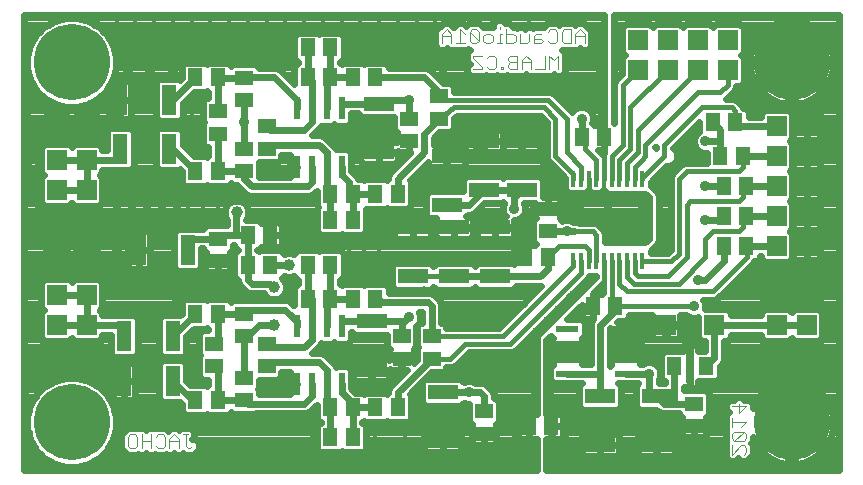
<source format=gbr>
G75*
G70*
%OFA0B0*%
%FSLAX24Y24*%
%IPPOS*%
%LPD*%
%AMOC8*
5,1,8,0,0,1.08239X$1,22.5*
%
%ADD10C,0.0040*%
%ADD11R,0.0150X0.0551*%
%ADD12R,0.0220X0.0780*%
%ADD13R,0.0500X0.1000*%
%ADD14R,0.0512X0.0591*%
%ADD15R,0.0591X0.0512*%
%ADD16R,0.1000X0.0500*%
%ADD17R,0.0650X0.0650*%
%ADD18R,0.0780X0.0220*%
%ADD19R,0.0709X0.0669*%
%ADD20R,0.0276X0.1181*%
%ADD21C,0.2540*%
%ADD22C,0.0240*%
%ADD23C,0.0160*%
%ADD24C,0.0357*%
%ADD25C,0.0396*%
%ADD26C,0.0100*%
%ADD27C,0.0317*%
D10*
X004180Y004538D02*
X004103Y004615D01*
X004103Y004922D01*
X004180Y004999D01*
X004334Y004999D01*
X004410Y004922D01*
X004410Y004615D01*
X004334Y004538D01*
X004180Y004538D01*
X004564Y004538D02*
X004564Y004999D01*
X004564Y004769D02*
X004871Y004769D01*
X005024Y004922D02*
X005101Y004999D01*
X005254Y004999D01*
X005331Y004922D01*
X005331Y004615D01*
X005254Y004538D01*
X005101Y004538D01*
X005024Y004615D01*
X004871Y004538D02*
X004871Y004999D01*
X005485Y004845D02*
X005485Y004538D01*
X005485Y004769D02*
X005792Y004769D01*
X005792Y004845D02*
X005638Y004999D01*
X005485Y004845D01*
X005792Y004845D02*
X005792Y004538D01*
X006022Y004615D02*
X006022Y004999D01*
X006099Y004999D02*
X005945Y004999D01*
X006022Y004615D02*
X006099Y004538D01*
X006175Y004538D01*
X006252Y004615D01*
X024240Y004629D02*
X024240Y004322D01*
X024547Y004629D01*
X024624Y004629D01*
X024700Y004552D01*
X024700Y004398D01*
X024624Y004322D01*
X024624Y004782D02*
X024317Y004782D01*
X024624Y005089D01*
X024317Y005089D01*
X024240Y005012D01*
X024240Y004859D01*
X024317Y004782D01*
X024624Y004782D02*
X024700Y004859D01*
X024700Y005012D01*
X024624Y005089D01*
X024547Y005243D02*
X024700Y005396D01*
X024240Y005396D01*
X024240Y005243D02*
X024240Y005549D01*
X024470Y005703D02*
X024470Y006010D01*
X024240Y005933D02*
X024700Y005933D01*
X024470Y005703D01*
X018450Y017163D02*
X018450Y017624D01*
X018297Y017470D01*
X018143Y017624D01*
X018143Y017163D01*
X017990Y017163D02*
X017683Y017163D01*
X017529Y017163D02*
X017529Y017470D01*
X017376Y017624D01*
X017222Y017470D01*
X017222Y017163D01*
X017069Y017163D02*
X016839Y017163D01*
X016762Y017240D01*
X016762Y017317D01*
X016839Y017394D01*
X017069Y017394D01*
X017222Y017394D02*
X017529Y017394D01*
X017990Y017624D02*
X017990Y017163D01*
X017069Y017163D02*
X017069Y017624D01*
X016839Y017624D01*
X016762Y017547D01*
X016762Y017470D01*
X016839Y017394D01*
X016608Y017240D02*
X016532Y017240D01*
X016532Y017163D01*
X016608Y017163D01*
X016608Y017240D01*
X016378Y017240D02*
X016302Y017163D01*
X016148Y017163D01*
X016071Y017240D01*
X015918Y017240D02*
X015918Y017163D01*
X015611Y017163D01*
X015918Y017240D02*
X015611Y017547D01*
X015611Y017624D01*
X015918Y017624D01*
X016071Y017547D02*
X016148Y017624D01*
X016302Y017624D01*
X016378Y017547D01*
X016378Y017240D01*
X016409Y018038D02*
X016563Y018038D01*
X016486Y018038D02*
X016486Y018345D01*
X016563Y018345D01*
X016716Y018345D02*
X016946Y018345D01*
X017023Y018269D01*
X017023Y018115D01*
X016946Y018038D01*
X016716Y018038D01*
X016716Y018499D01*
X016486Y018499D02*
X016486Y018575D01*
X016256Y018269D02*
X016256Y018115D01*
X016179Y018038D01*
X016026Y018038D01*
X015949Y018115D01*
X015949Y018269D01*
X016026Y018345D01*
X016179Y018345D01*
X016256Y018269D01*
X015795Y018422D02*
X015795Y018115D01*
X015488Y018422D01*
X015488Y018115D01*
X015565Y018038D01*
X015719Y018038D01*
X015795Y018115D01*
X015795Y018422D02*
X015719Y018499D01*
X015565Y018499D01*
X015488Y018422D01*
X015335Y018345D02*
X015181Y018499D01*
X015181Y018038D01*
X015028Y018038D02*
X015335Y018038D01*
X014875Y018038D02*
X014875Y018345D01*
X014721Y018499D01*
X014568Y018345D01*
X014568Y018038D01*
X014568Y018269D02*
X014875Y018269D01*
X017177Y018345D02*
X017177Y018038D01*
X017407Y018038D01*
X017483Y018115D01*
X017483Y018345D01*
X017637Y018269D02*
X017637Y018038D01*
X017867Y018038D01*
X017944Y018115D01*
X017867Y018192D01*
X017637Y018192D01*
X017637Y018269D02*
X017714Y018345D01*
X017867Y018345D01*
X018097Y018422D02*
X018174Y018499D01*
X018327Y018499D01*
X018404Y018422D01*
X018404Y018115D01*
X018327Y018038D01*
X018174Y018038D01*
X018097Y018115D01*
X018558Y018115D02*
X018558Y018422D01*
X018634Y018499D01*
X018865Y018499D01*
X018865Y018038D01*
X018634Y018038D01*
X018558Y018115D01*
X019018Y018038D02*
X019018Y018345D01*
X019172Y018499D01*
X019325Y018345D01*
X019325Y018038D01*
X019325Y018269D02*
X019018Y018269D01*
D11*
X018943Y013521D03*
X019199Y013521D03*
X019455Y013521D03*
X019711Y013521D03*
X019967Y013521D03*
X020223Y013521D03*
X020479Y013521D03*
X020735Y013521D03*
X020991Y013521D03*
X021247Y013521D03*
X021247Y010765D03*
X020991Y010765D03*
X020735Y010765D03*
X020479Y010765D03*
X020223Y010765D03*
X019967Y010765D03*
X019711Y010765D03*
X019455Y010765D03*
X019199Y010765D03*
X018943Y010765D03*
D12*
X011220Y008613D03*
X010720Y008613D03*
X010220Y008613D03*
X009720Y008613D03*
X009720Y006673D03*
X010220Y006673D03*
X010720Y006673D03*
X011220Y006673D03*
X011220Y013923D03*
X010720Y013923D03*
X010220Y013923D03*
X009720Y013923D03*
X009720Y015863D03*
X010220Y015863D03*
X010720Y015863D03*
X011220Y015863D03*
D13*
X005470Y016143D03*
X003845Y016143D03*
X003845Y014518D03*
X005470Y014518D03*
X006095Y011143D03*
X004470Y011143D03*
X003970Y008268D03*
X005595Y008268D03*
X005595Y006768D03*
X003970Y006768D03*
D14*
X006346Y006143D03*
X007094Y006143D03*
X010846Y005893D03*
X011594Y005893D03*
X012346Y005893D03*
X013094Y005893D03*
X011594Y004893D03*
X010846Y004893D03*
X007094Y009018D03*
X006346Y009018D03*
X008096Y010643D03*
X008844Y010643D03*
X010096Y010643D03*
X010844Y010643D03*
X010844Y009518D03*
X011596Y009518D03*
X012344Y009518D03*
X010096Y009518D03*
X008844Y011643D03*
X008096Y011643D03*
X010846Y012143D03*
X011594Y012143D03*
X011594Y013018D03*
X010846Y013018D03*
X012346Y013018D03*
X013094Y013018D03*
X017346Y010893D03*
X018094Y010893D03*
X019596Y009268D03*
X020344Y009268D03*
X022314Y007268D03*
X023376Y007268D03*
X018219Y005268D03*
X017471Y005268D03*
X023971Y011268D03*
X024719Y011268D03*
X024719Y012268D03*
X023971Y012268D03*
X023971Y013268D03*
X024719Y013268D03*
X024594Y014268D03*
X023846Y014268D03*
X023596Y015393D03*
X024344Y015393D03*
X019969Y014893D03*
X019221Y014893D03*
X012344Y016893D03*
X011596Y016893D03*
X010844Y016893D03*
X010096Y016893D03*
X010096Y017893D03*
X010844Y017893D03*
X007094Y016893D03*
X006346Y016893D03*
X006346Y013768D03*
X007094Y013768D03*
D15*
X007970Y013769D03*
X007970Y014517D03*
X008720Y014519D03*
X008720Y015267D03*
X007970Y016144D03*
X007095Y015767D03*
X007095Y015019D03*
X007970Y016892D03*
X013470Y015517D03*
X013470Y014769D03*
X014470Y015519D03*
X014470Y016267D03*
X018095Y012517D03*
X018095Y011769D03*
X014220Y008267D03*
X014220Y007519D03*
X013220Y007519D03*
X013220Y008267D03*
X015970Y005767D03*
X015970Y005019D03*
X022970Y005269D03*
X022970Y006017D03*
X008720Y007269D03*
X007970Y006892D03*
X006970Y007269D03*
X006970Y008017D03*
X007970Y008269D03*
X008720Y008017D03*
X007970Y009017D03*
X007095Y010769D03*
X007095Y011517D03*
X007970Y006144D03*
D16*
X012220Y007143D03*
X012220Y008768D03*
X013595Y010268D03*
X014970Y010268D03*
X016345Y010268D03*
X016345Y011893D03*
X014970Y011893D03*
X014720Y012643D03*
X015970Y013143D03*
X017220Y013143D03*
X017220Y014768D03*
X015970Y014768D03*
X014720Y014268D03*
X012470Y014393D03*
X012470Y016018D03*
X013595Y011893D03*
X014595Y006393D03*
X014595Y004768D03*
X019845Y004643D03*
X021720Y004643D03*
X021720Y006268D03*
X019845Y006268D03*
D17*
X025720Y007643D03*
X026720Y007643D03*
X026720Y008643D03*
X025720Y008643D03*
X025720Y009643D03*
X026720Y009643D03*
X026720Y011268D03*
X025720Y011268D03*
X025720Y012268D03*
X026720Y012268D03*
X026720Y013268D03*
X025720Y013268D03*
X025720Y014268D03*
X026720Y014268D03*
X026720Y015268D03*
X025720Y015268D03*
X024095Y017143D03*
X023095Y017143D03*
X022095Y017143D03*
X021095Y017143D03*
X021095Y018143D03*
X022095Y018143D03*
X023095Y018143D03*
X024095Y018143D03*
X002720Y015143D03*
X001720Y015143D03*
X001720Y014143D03*
X002720Y014143D03*
X002720Y013143D03*
X001720Y013143D03*
X001720Y012143D03*
X002720Y012143D03*
X002720Y010643D03*
X001720Y010643D03*
X001720Y009643D03*
X002720Y009643D03*
X002720Y008643D03*
X001720Y008643D03*
X001720Y007643D03*
X002720Y007643D03*
D18*
X018750Y007518D03*
X018750Y008018D03*
X018750Y008518D03*
X020690Y008518D03*
X020690Y008018D03*
X020690Y007518D03*
X020690Y007018D03*
X018750Y007018D03*
D19*
X022038Y008643D03*
X023652Y008643D03*
D20*
X022845Y007268D03*
D21*
X026220Y005393D03*
X026220Y017393D03*
X002220Y017393D03*
X002220Y005393D03*
D22*
X000641Y003814D02*
X000641Y018973D01*
X019970Y018973D01*
X019970Y014901D01*
X019961Y014901D01*
X019961Y015309D01*
X019697Y015309D01*
X019667Y015300D01*
X019655Y015293D01*
X019571Y015377D01*
X019598Y015443D01*
X019598Y015594D01*
X019541Y015733D01*
X019434Y015839D01*
X019295Y015897D01*
X019145Y015897D01*
X019006Y015839D01*
X018900Y015734D01*
X018332Y016302D01*
X018254Y016381D01*
X018151Y016423D01*
X014965Y016423D01*
X014965Y016606D01*
X014848Y016723D01*
X014593Y016723D01*
X014151Y017165D01*
X014034Y017213D01*
X012800Y017213D01*
X012800Y017271D01*
X012683Y017389D01*
X012005Y017389D01*
X011970Y017353D01*
X011935Y017389D01*
X011257Y017389D01*
X011220Y017351D01*
X011183Y017389D01*
X011164Y017389D01*
X011164Y017398D01*
X011183Y017398D01*
X011300Y017515D01*
X011300Y018271D01*
X011183Y018389D01*
X010505Y018389D01*
X010470Y018353D01*
X010435Y018389D01*
X009757Y018389D01*
X009640Y018271D01*
X009640Y017515D01*
X009757Y017398D01*
X009776Y017398D01*
X009776Y017389D01*
X009757Y017389D01*
X009640Y017271D01*
X009640Y016676D01*
X009241Y017075D01*
X009151Y017165D01*
X009034Y017213D01*
X008465Y017213D01*
X008465Y017231D01*
X008348Y017348D01*
X007592Y017348D01*
X007532Y017289D01*
X007433Y017389D01*
X006755Y017389D01*
X006720Y017353D01*
X006685Y017389D01*
X006007Y017389D01*
X005890Y017271D01*
X005890Y016890D01*
X005823Y016823D01*
X005803Y016843D01*
X005137Y016843D01*
X005020Y016726D01*
X005020Y015560D01*
X005137Y015443D01*
X005803Y015443D01*
X005920Y015560D01*
X005920Y016015D01*
X006303Y016398D01*
X006685Y016398D01*
X006720Y016433D01*
X006755Y016398D01*
X006775Y016398D01*
X006775Y016223D01*
X006717Y016223D01*
X006600Y016106D01*
X006600Y015429D01*
X006635Y015393D01*
X006600Y015358D01*
X006600Y014681D01*
X006717Y014563D01*
X006774Y014563D01*
X006774Y014459D01*
X006774Y014395D01*
X006774Y014332D01*
X006774Y014264D01*
X006755Y014264D01*
X006720Y014228D01*
X006685Y014264D01*
X006303Y014264D01*
X005920Y014647D01*
X005920Y015101D01*
X005803Y015218D01*
X005137Y015218D01*
X005020Y015101D01*
X005020Y013935D01*
X005137Y013818D01*
X005803Y013818D01*
X005823Y013839D01*
X005890Y013772D01*
X005890Y013390D01*
X006007Y013273D01*
X006685Y013273D01*
X006720Y013308D01*
X006755Y013273D01*
X007433Y013273D01*
X007532Y013373D01*
X007592Y013313D01*
X007722Y013313D01*
X007789Y013247D01*
X007949Y013087D01*
X008039Y012997D01*
X008156Y012948D01*
X010159Y012948D01*
X010276Y012997D01*
X010390Y013111D01*
X010390Y012640D01*
X010449Y012581D01*
X010390Y012521D01*
X010390Y011765D01*
X010507Y011648D01*
X011185Y011648D01*
X011220Y011683D01*
X011255Y011648D01*
X011933Y011648D01*
X012050Y011765D01*
X012050Y012521D01*
X012048Y012523D01*
X012685Y012523D01*
X012720Y012558D01*
X012755Y012523D01*
X013433Y012523D01*
X013550Y012640D01*
X013550Y013396D01*
X013488Y013459D01*
X014100Y014071D01*
X014100Y014003D01*
X014108Y013972D01*
X014124Y013945D01*
X014146Y013922D01*
X014174Y013906D01*
X014204Y013898D01*
X014715Y013898D01*
X014715Y014263D01*
X014725Y014263D01*
X014725Y013898D01*
X015236Y013898D01*
X015266Y013906D01*
X015294Y013922D01*
X015316Y013945D01*
X015332Y013972D01*
X015340Y014003D01*
X015340Y014263D01*
X014725Y014263D01*
X014725Y014273D01*
X015340Y014273D01*
X015340Y014534D01*
X015332Y014565D01*
X015316Y014592D01*
X015294Y014614D01*
X015266Y014630D01*
X015236Y014638D01*
X014725Y014638D01*
X014725Y014273D01*
X014715Y014273D01*
X014715Y014638D01*
X014290Y014638D01*
X014290Y014887D01*
X014467Y015063D01*
X014848Y015063D01*
X014965Y015181D01*
X014965Y015541D01*
X015062Y015613D01*
X017854Y015613D01*
X018065Y015402D01*
X018065Y014213D01*
X018108Y014110D01*
X018186Y014031D01*
X018663Y013554D01*
X018663Y013466D01*
X018669Y013453D01*
X018669Y013163D01*
X018786Y013046D01*
X019357Y013046D01*
X019437Y013126D01*
X019455Y013126D01*
X019455Y013144D01*
X019455Y013144D01*
X019455Y013144D01*
X019455Y013126D01*
X019473Y013126D01*
X019553Y013046D01*
X019869Y013046D01*
X019949Y013126D01*
X019967Y013126D01*
X019967Y013144D01*
X019967Y013144D01*
X019967Y013144D01*
X019967Y013126D01*
X019985Y013126D01*
X020065Y013046D01*
X020068Y013046D01*
X020095Y013018D01*
X021345Y013018D01*
X021470Y012893D01*
X021470Y011518D01*
X021345Y011393D01*
X019991Y011393D01*
X019991Y011708D01*
X019949Y011811D01*
X019832Y011927D01*
X019754Y012006D01*
X019651Y012048D01*
X019132Y012048D01*
X019091Y012065D01*
X019033Y012089D01*
X019032Y012089D01*
X019031Y012090D01*
X018969Y012089D01*
X018934Y012089D01*
X018795Y012147D01*
X018645Y012147D01*
X018579Y012119D01*
X018495Y012203D01*
X018502Y012215D01*
X018510Y012246D01*
X018510Y012509D01*
X018103Y012509D01*
X018103Y012525D01*
X018510Y012525D01*
X018510Y012789D01*
X018502Y012820D01*
X018486Y012847D01*
X018464Y012869D01*
X018437Y012885D01*
X018406Y012893D01*
X018103Y012893D01*
X018103Y012525D01*
X018087Y012525D01*
X018087Y012509D01*
X017680Y012509D01*
X017680Y012246D01*
X017688Y012215D01*
X017695Y012203D01*
X017600Y012108D01*
X017600Y011431D01*
X017698Y011332D01*
X017660Y011293D01*
X017648Y011300D01*
X017618Y011309D01*
X017354Y011309D01*
X017354Y010901D01*
X017338Y010901D01*
X017338Y010885D01*
X016970Y010885D01*
X016970Y010676D01*
X016928Y010718D01*
X015762Y010718D01*
X015658Y010614D01*
X015553Y010718D01*
X014387Y010718D01*
X014282Y010614D01*
X014178Y010718D01*
X013012Y010718D01*
X012895Y010601D01*
X012895Y009935D01*
X013012Y009818D01*
X014178Y009818D01*
X014282Y009923D01*
X014387Y009818D01*
X015553Y009818D01*
X015658Y009923D01*
X015762Y009818D01*
X016928Y009818D01*
X017045Y009935D01*
X017045Y009948D01*
X017879Y009948D01*
X016479Y008548D01*
X014715Y008548D01*
X014715Y008606D01*
X014598Y008723D01*
X014540Y008723D01*
X014540Y009332D01*
X014491Y009450D01*
X014366Y009575D01*
X014276Y009665D01*
X014159Y009713D01*
X012800Y009713D01*
X012800Y009896D01*
X012683Y010014D01*
X012005Y010014D01*
X011970Y009978D01*
X011935Y010014D01*
X011257Y010014D01*
X011220Y009976D01*
X011183Y010014D01*
X011164Y010014D01*
X011164Y010148D01*
X011183Y010148D01*
X011300Y010265D01*
X011300Y011021D01*
X011183Y011139D01*
X010505Y011139D01*
X010470Y011103D01*
X010435Y011139D01*
X009757Y011139D01*
X009640Y011021D01*
X009640Y011004D01*
X009549Y011041D01*
X009391Y011041D01*
X009300Y011004D01*
X009300Y011021D01*
X009183Y011139D01*
X008505Y011139D01*
X008470Y011103D01*
X008435Y011139D01*
X008416Y011139D01*
X008416Y011148D01*
X008435Y011148D01*
X008530Y011243D01*
X008542Y011236D01*
X008572Y011228D01*
X008836Y011228D01*
X008836Y011635D01*
X008852Y011635D01*
X008852Y011228D01*
X009116Y011228D01*
X009146Y011236D01*
X009174Y011252D01*
X009196Y011274D01*
X009212Y011302D01*
X009220Y011332D01*
X009220Y011635D01*
X008852Y011635D01*
X008852Y011651D01*
X009220Y011651D01*
X009220Y011954D01*
X009212Y011985D01*
X009196Y012012D01*
X009174Y012035D01*
X009146Y012050D01*
X009116Y012059D01*
X008852Y012059D01*
X008852Y011651D01*
X008836Y011651D01*
X008836Y012059D01*
X008572Y012059D01*
X008542Y012050D01*
X008530Y012043D01*
X008435Y012139D01*
X008039Y012139D01*
X008039Y012149D01*
X008058Y012168D01*
X008118Y012314D01*
X008118Y012472D01*
X008058Y012619D01*
X007946Y012731D01*
X007799Y012791D01*
X007641Y012791D01*
X007494Y012731D01*
X007382Y012619D01*
X007322Y012472D01*
X007322Y012314D01*
X007382Y012168D01*
X007399Y012151D01*
X007399Y011973D01*
X006717Y011973D01*
X006600Y011856D01*
X006600Y011837D01*
X006434Y011837D01*
X006428Y011843D01*
X005762Y011843D01*
X005645Y011726D01*
X005645Y010560D01*
X005762Y010443D01*
X006428Y010443D01*
X006545Y010560D01*
X006545Y011197D01*
X006600Y011197D01*
X006600Y011179D01*
X006695Y011083D01*
X006688Y011072D01*
X006680Y011041D01*
X006680Y010777D01*
X007087Y010777D01*
X007087Y010761D01*
X007103Y010761D01*
X007103Y010393D01*
X007406Y010393D01*
X007437Y010402D01*
X007464Y010417D01*
X007486Y010440D01*
X007502Y010467D01*
X007510Y010498D01*
X007510Y010761D01*
X007103Y010761D01*
X007103Y010777D01*
X007510Y010777D01*
X007510Y011041D01*
X007502Y011072D01*
X007495Y011083D01*
X007590Y011179D01*
X007590Y011323D01*
X007640Y011323D01*
X007640Y011265D01*
X007757Y011148D01*
X007776Y011148D01*
X007776Y011139D01*
X007757Y011139D01*
X007640Y011021D01*
X007640Y010265D01*
X007757Y010148D01*
X007776Y010148D01*
X007776Y010079D01*
X007825Y009961D01*
X007949Y009837D01*
X008039Y009747D01*
X008156Y009698D01*
X008620Y009698D01*
X008632Y009668D01*
X008744Y009556D01*
X008891Y009495D01*
X009049Y009495D01*
X009196Y009556D01*
X009308Y009668D01*
X009368Y009814D01*
X009368Y009972D01*
X009308Y010119D01*
X009231Y010196D01*
X009300Y010265D01*
X009300Y010283D01*
X009391Y010245D01*
X009549Y010245D01*
X009640Y010283D01*
X009640Y010265D01*
X009757Y010148D01*
X009776Y010148D01*
X009776Y010014D01*
X009757Y010014D01*
X009640Y009896D01*
X009640Y009301D01*
X009616Y009325D01*
X009526Y009415D01*
X009409Y009463D01*
X008358Y009463D01*
X008348Y009473D01*
X007592Y009473D01*
X007533Y009414D01*
X007433Y009514D01*
X006755Y009514D01*
X006720Y009478D01*
X006685Y009514D01*
X006007Y009514D01*
X005890Y009396D01*
X005890Y009015D01*
X005843Y008968D01*
X005262Y008968D01*
X005145Y008851D01*
X005145Y007685D01*
X005262Y007568D01*
X005928Y007568D01*
X006045Y007685D01*
X006045Y008265D01*
X006303Y008523D01*
X006685Y008523D01*
X006720Y008558D01*
X006755Y008523D01*
X006774Y008523D01*
X006774Y008473D01*
X006592Y008473D01*
X006475Y008356D01*
X006475Y007679D01*
X006510Y007643D01*
X006475Y007608D01*
X006475Y006931D01*
X006592Y006813D01*
X006774Y006813D01*
X006774Y006639D01*
X006755Y006639D01*
X006720Y006603D01*
X006685Y006639D01*
X006177Y006639D01*
X006045Y006771D01*
X006045Y007351D01*
X005928Y007468D01*
X005262Y007468D01*
X005145Y007351D01*
X005145Y006185D01*
X005262Y006068D01*
X005842Y006068D01*
X005890Y006021D01*
X005890Y005765D01*
X006007Y005648D01*
X006685Y005648D01*
X006720Y005683D01*
X006755Y005648D01*
X007433Y005648D01*
X007533Y005748D01*
X007592Y005688D01*
X008348Y005688D01*
X008358Y005698D01*
X010034Y005698D01*
X010151Y005747D01*
X010241Y005837D01*
X010390Y005986D01*
X010390Y005515D01*
X010507Y005398D01*
X010526Y005398D01*
X010526Y005389D01*
X010507Y005389D01*
X010390Y005271D01*
X010390Y004515D01*
X010507Y004398D01*
X011185Y004398D01*
X011220Y004433D01*
X011255Y004398D01*
X011933Y004398D01*
X012050Y004515D01*
X012050Y005271D01*
X011933Y005389D01*
X011914Y005389D01*
X011914Y005398D01*
X011933Y005398D01*
X011970Y005435D01*
X012007Y005398D01*
X012685Y005398D01*
X012720Y005433D01*
X012755Y005398D01*
X013433Y005398D01*
X013550Y005515D01*
X013550Y006271D01*
X013487Y006334D01*
X014217Y007063D01*
X014598Y007063D01*
X014715Y007181D01*
X014715Y007239D01*
X014902Y007239D01*
X015005Y007282D01*
X015461Y007738D01*
X016901Y007738D01*
X017004Y007781D01*
X019437Y010214D01*
X019468Y010290D01*
X019687Y010290D01*
X019687Y010235D01*
X018280Y008828D01*
X018277Y008828D01*
X018160Y008711D01*
X018160Y008708D01*
X017720Y008268D01*
X017720Y005684D01*
X017479Y005684D01*
X017479Y005276D01*
X017463Y005276D01*
X017463Y005260D01*
X017479Y005260D01*
X017479Y004853D01*
X017720Y004853D01*
X017720Y003814D01*
X000641Y003814D01*
X000641Y003870D02*
X017720Y003870D01*
X017720Y004109D02*
X002935Y004109D01*
X002787Y004023D02*
X003123Y004217D01*
X003396Y004491D01*
X003590Y004826D01*
X003690Y005200D01*
X003690Y005587D01*
X003590Y005961D01*
X003396Y006296D01*
X003123Y006570D01*
X002787Y006763D01*
X002414Y006863D01*
X002026Y006863D01*
X001653Y006763D01*
X001317Y006570D01*
X001044Y006296D01*
X000850Y005961D01*
X000750Y005587D01*
X000750Y005200D01*
X000850Y004826D01*
X001044Y004491D01*
X001317Y004217D01*
X001653Y004023D01*
X002026Y003923D01*
X002414Y003923D01*
X002787Y004023D01*
X003253Y004347D02*
X004060Y004347D01*
X004089Y004318D02*
X004089Y004318D01*
X004181Y004318D01*
X004425Y004318D01*
X004449Y004342D01*
X004473Y004318D01*
X004655Y004318D01*
X004717Y004381D01*
X004780Y004318D01*
X004962Y004318D01*
X004986Y004342D01*
X005010Y004318D01*
X005102Y004318D01*
X005346Y004318D01*
X005370Y004342D01*
X005394Y004318D01*
X005576Y004318D01*
X005638Y004381D01*
X005700Y004318D01*
X005883Y004318D01*
X005945Y004381D01*
X006007Y004318D01*
X006007Y004318D01*
X006099Y004318D01*
X006266Y004318D01*
X006395Y004447D01*
X006472Y004524D01*
X006472Y004706D01*
X006343Y004835D01*
X006246Y004835D01*
X006319Y004908D01*
X006319Y005090D01*
X006190Y005219D01*
X005854Y005219D01*
X005792Y005156D01*
X005729Y005219D01*
X005547Y005219D01*
X005446Y005118D01*
X005347Y005217D01*
X005346Y005219D01*
X005255Y005219D01*
X005163Y005219D01*
X005010Y005219D01*
X004986Y005195D01*
X004962Y005219D01*
X004780Y005219D01*
X004717Y005156D01*
X004655Y005219D01*
X004473Y005219D01*
X004449Y005195D01*
X004426Y005217D01*
X004425Y005219D01*
X004335Y005219D01*
X004243Y005219D01*
X004243Y005219D01*
X004089Y005219D01*
X003883Y005013D01*
X003883Y004706D01*
X003883Y004616D01*
X003883Y004524D01*
X004012Y004395D01*
X004012Y004395D01*
X004089Y004318D01*
X004089Y004318D01*
X003883Y004586D02*
X003451Y004586D01*
X003589Y004824D02*
X003883Y004824D01*
X003883Y004706D02*
X003883Y004706D01*
X003933Y005063D02*
X003653Y005063D01*
X003690Y005301D02*
X010420Y005301D01*
X010390Y005063D02*
X006319Y005063D01*
X006354Y004824D02*
X010390Y004824D01*
X010390Y004586D02*
X006472Y004586D01*
X006295Y004347D02*
X017720Y004347D01*
X017720Y004586D02*
X015215Y004586D01*
X015215Y004503D02*
X015215Y004763D01*
X014600Y004763D01*
X014600Y004398D01*
X015111Y004398D01*
X015141Y004406D01*
X015169Y004422D01*
X015191Y004445D01*
X015207Y004472D01*
X015215Y004503D01*
X015215Y004773D02*
X015215Y005034D01*
X015207Y005065D01*
X015191Y005092D01*
X015169Y005114D01*
X015141Y005130D01*
X015111Y005138D01*
X014600Y005138D01*
X014600Y004773D01*
X015215Y004773D01*
X015215Y004824D02*
X015555Y004824D01*
X015555Y004748D02*
X015563Y004717D01*
X015579Y004690D01*
X015601Y004667D01*
X015628Y004652D01*
X015659Y004643D01*
X015962Y004643D01*
X015962Y005011D01*
X015978Y005011D01*
X015978Y004643D01*
X016281Y004643D01*
X016312Y004652D01*
X016339Y004667D01*
X016361Y004690D01*
X016377Y004717D01*
X016385Y004748D01*
X016385Y005011D01*
X015978Y005011D01*
X015978Y005027D01*
X016385Y005027D01*
X016385Y005291D01*
X016377Y005322D01*
X016370Y005333D01*
X016465Y005429D01*
X016465Y006106D01*
X016348Y006223D01*
X016290Y006223D01*
X016290Y006332D01*
X016241Y006450D01*
X016116Y006575D01*
X016026Y006665D01*
X015909Y006713D01*
X015685Y006713D01*
X015684Y006714D01*
X015545Y006772D01*
X015395Y006772D01*
X015292Y006729D01*
X015178Y006843D01*
X014012Y006843D01*
X013895Y006726D01*
X013895Y006060D01*
X014012Y005943D01*
X015178Y005943D01*
X015292Y006057D01*
X015395Y006015D01*
X015475Y006015D01*
X015475Y005429D01*
X015570Y005333D01*
X015563Y005322D01*
X015555Y005291D01*
X015555Y005027D01*
X015962Y005027D01*
X015962Y005011D01*
X015555Y005011D01*
X015555Y004748D01*
X015962Y004824D02*
X015978Y004824D01*
X016385Y004824D02*
X017720Y004824D01*
X017463Y004853D02*
X017463Y005260D01*
X017095Y005260D01*
X017095Y004957D01*
X017103Y004927D01*
X017119Y004899D01*
X017141Y004877D01*
X017169Y004861D01*
X017199Y004853D01*
X017463Y004853D01*
X017463Y005063D02*
X017479Y005063D01*
X017463Y005276D02*
X017095Y005276D01*
X017095Y005579D01*
X017103Y005610D01*
X017119Y005637D01*
X017141Y005660D01*
X017169Y005675D01*
X017199Y005684D01*
X017463Y005684D01*
X017463Y005276D01*
X017463Y005301D02*
X017479Y005301D01*
X017463Y005540D02*
X017479Y005540D01*
X017720Y005778D02*
X016465Y005778D01*
X016465Y005540D02*
X017095Y005540D01*
X017095Y005301D02*
X016383Y005301D01*
X016385Y005063D02*
X017095Y005063D01*
X018040Y004853D02*
X018211Y004853D01*
X018211Y005260D01*
X018227Y005260D01*
X018227Y004853D01*
X018491Y004853D01*
X018521Y004861D01*
X018549Y004877D01*
X018571Y004899D01*
X018587Y004927D01*
X018595Y004957D01*
X018595Y005260D01*
X018227Y005260D01*
X018227Y005276D01*
X018595Y005276D01*
X018595Y005579D01*
X018587Y005610D01*
X018571Y005637D01*
X018549Y005660D01*
X018521Y005675D01*
X018491Y005684D01*
X018227Y005684D01*
X018227Y005276D01*
X018211Y005276D01*
X018211Y005684D01*
X018040Y005684D01*
X018040Y008136D01*
X018195Y008291D01*
X018274Y008212D01*
X018264Y008202D01*
X018248Y008175D01*
X018240Y008144D01*
X018240Y008018D01*
X018240Y007893D01*
X018248Y007862D01*
X018264Y007835D01*
X018286Y007812D01*
X018314Y007796D01*
X018344Y007788D01*
X018750Y007788D01*
X019156Y007788D01*
X019186Y007796D01*
X019214Y007812D01*
X019236Y007835D01*
X019252Y007862D01*
X019260Y007893D01*
X019260Y008018D01*
X018750Y008018D01*
X018750Y007788D01*
X018750Y008018D01*
X018750Y008018D01*
X018750Y008018D01*
X018240Y008018D01*
X018750Y008018D01*
X018750Y008018D01*
X019345Y008018D01*
X019260Y008018D02*
X019260Y008144D01*
X019252Y008175D01*
X019236Y008202D01*
X019226Y008212D01*
X019340Y008325D01*
X019340Y008711D01*
X019223Y008828D01*
X018733Y008828D01*
X019220Y009316D01*
X019220Y009276D01*
X019588Y009276D01*
X019588Y009260D01*
X019604Y009260D01*
X019604Y008855D01*
X019574Y008825D01*
X019525Y008707D01*
X019525Y007338D01*
X019238Y007338D01*
X019252Y007362D01*
X019260Y007393D01*
X019260Y007518D01*
X018750Y007518D01*
X018240Y007518D01*
X018240Y007393D01*
X018248Y007362D01*
X018264Y007335D01*
X018274Y007325D01*
X018160Y007211D01*
X018160Y006825D01*
X018277Y006708D01*
X018662Y006708D01*
X018686Y006698D01*
X019242Y006698D01*
X019145Y006601D01*
X019145Y005935D01*
X019262Y005818D01*
X020428Y005818D01*
X020545Y005935D01*
X020545Y006601D01*
X020438Y006708D01*
X020602Y006708D01*
X020626Y006698D01*
X021117Y006698D01*
X021020Y006601D01*
X021020Y005935D01*
X021137Y005818D01*
X021717Y005818D01*
X021790Y005746D01*
X021907Y005697D01*
X022475Y005697D01*
X022475Y005679D01*
X022570Y005583D01*
X022563Y005572D01*
X022555Y005541D01*
X022555Y005277D01*
X022962Y005277D01*
X022962Y005261D01*
X022978Y005261D01*
X022978Y004893D01*
X023281Y004893D01*
X023312Y004902D01*
X023339Y004917D01*
X023361Y004940D01*
X023377Y004967D01*
X023385Y004998D01*
X023385Y005261D01*
X022978Y005261D01*
X022978Y005277D01*
X023385Y005277D01*
X023385Y005541D01*
X023377Y005572D01*
X023370Y005583D01*
X023465Y005679D01*
X023465Y006356D01*
X023348Y006473D01*
X022634Y006473D01*
X022634Y006582D01*
X022661Y006566D01*
X022691Y006558D01*
X022845Y006558D01*
X022999Y006558D01*
X023029Y006566D01*
X023056Y006582D01*
X023079Y006604D01*
X023095Y006631D01*
X023103Y006662D01*
X023103Y006773D01*
X023715Y006773D01*
X023832Y006890D01*
X023832Y007272D01*
X023923Y007363D01*
X023972Y007480D01*
X023972Y008109D01*
X024089Y008109D01*
X024206Y008226D01*
X024206Y008323D01*
X025195Y008323D01*
X025195Y008235D01*
X025312Y008118D01*
X026128Y008118D01*
X026220Y008210D01*
X026312Y008118D01*
X027128Y008118D01*
X027245Y008235D01*
X027245Y009051D01*
X027128Y009168D01*
X026312Y009168D01*
X026220Y009076D01*
X026128Y009168D01*
X025312Y009168D01*
X025195Y009051D01*
X025195Y008963D01*
X024206Y008963D01*
X024206Y009061D01*
X024089Y009178D01*
X023342Y009178D01*
X023348Y009193D01*
X023348Y009344D01*
X023291Y009483D01*
X023285Y009488D01*
X023651Y009488D01*
X023754Y009531D01*
X024879Y010656D01*
X024957Y010735D01*
X024973Y010773D01*
X025058Y010773D01*
X025175Y010890D01*
X025175Y010948D01*
X025195Y010948D01*
X025195Y010860D01*
X025312Y010743D01*
X026128Y010743D01*
X026245Y010860D01*
X026245Y011676D01*
X026153Y011768D01*
X026245Y011860D01*
X026245Y012676D01*
X026153Y012768D01*
X026245Y012860D01*
X026245Y013676D01*
X026153Y013768D01*
X026245Y013860D01*
X026245Y014676D01*
X026153Y014768D01*
X026245Y014860D01*
X026245Y015676D01*
X026128Y015793D01*
X025312Y015793D01*
X025195Y015676D01*
X025195Y015589D01*
X024800Y015589D01*
X024800Y015771D01*
X024683Y015889D01*
X024598Y015889D01*
X024582Y015927D01*
X024504Y016006D01*
X024379Y016131D01*
X024276Y016173D01*
X024021Y016173D01*
X024254Y016406D01*
X024332Y016485D01*
X024375Y016588D01*
X024375Y016618D01*
X024503Y016618D01*
X024620Y016735D01*
X024620Y017551D01*
X024528Y017643D01*
X024620Y017735D01*
X024620Y018551D01*
X024503Y018668D01*
X023687Y018668D01*
X023595Y018576D01*
X023503Y018668D01*
X022687Y018668D01*
X022595Y018576D01*
X022503Y018668D01*
X021687Y018668D01*
X021595Y018576D01*
X021503Y018668D01*
X020687Y018668D01*
X020570Y018551D01*
X020570Y017735D01*
X020662Y017643D01*
X020570Y017551D01*
X020570Y017014D01*
X020436Y016881D01*
X020358Y016802D01*
X020315Y016699D01*
X020315Y015381D01*
X020308Y015389D01*
X020290Y015389D01*
X020290Y018973D01*
X027799Y018973D01*
X027799Y003814D01*
X018040Y003814D01*
X018040Y004853D01*
X018040Y004824D02*
X019225Y004824D01*
X019225Y004909D02*
X019225Y004648D01*
X019840Y004648D01*
X019840Y004638D01*
X019850Y004638D01*
X019850Y004273D01*
X020361Y004273D01*
X020391Y004281D01*
X020419Y004297D01*
X020441Y004320D01*
X020457Y004347D01*
X020465Y004378D01*
X020465Y004638D01*
X019850Y004638D01*
X019850Y004648D01*
X020465Y004648D01*
X020465Y004909D01*
X020457Y004940D01*
X020441Y004967D01*
X020419Y004989D01*
X020391Y005005D01*
X020361Y005013D01*
X019850Y005013D01*
X019850Y004648D01*
X019840Y004648D01*
X019840Y005013D01*
X019329Y005013D01*
X019299Y005005D01*
X019271Y004989D01*
X019249Y004967D01*
X019233Y004940D01*
X019225Y004909D01*
X019225Y004638D02*
X019225Y004378D01*
X019233Y004347D01*
X019249Y004320D01*
X019271Y004297D01*
X019299Y004281D01*
X019329Y004273D01*
X019840Y004273D01*
X019840Y004638D01*
X019225Y004638D01*
X019225Y004586D02*
X018040Y004586D01*
X018040Y004347D02*
X019233Y004347D01*
X019840Y004347D02*
X019850Y004347D01*
X019840Y004586D02*
X019850Y004586D01*
X019840Y004824D02*
X019850Y004824D01*
X020465Y004824D02*
X021100Y004824D01*
X021100Y004909D02*
X021100Y004648D01*
X021715Y004648D01*
X021715Y004638D01*
X021725Y004638D01*
X021725Y004273D01*
X022236Y004273D01*
X022266Y004281D01*
X022294Y004297D01*
X022316Y004320D01*
X022332Y004347D01*
X022340Y004378D01*
X022340Y004638D01*
X021725Y004638D01*
X021725Y004648D01*
X022340Y004648D01*
X022340Y004909D01*
X022332Y004940D01*
X022316Y004967D01*
X022294Y004989D01*
X022266Y005005D01*
X022236Y005013D01*
X021725Y005013D01*
X021725Y004648D01*
X021715Y004648D01*
X021715Y005013D01*
X021204Y005013D01*
X021174Y005005D01*
X021146Y004989D01*
X021124Y004967D01*
X021108Y004940D01*
X021100Y004909D01*
X021100Y004638D02*
X021100Y004378D01*
X021108Y004347D01*
X021124Y004320D01*
X021146Y004297D01*
X021174Y004281D01*
X021204Y004273D01*
X021715Y004273D01*
X021715Y004638D01*
X021100Y004638D01*
X021100Y004586D02*
X020465Y004586D01*
X020457Y004347D02*
X021108Y004347D01*
X021715Y004347D02*
X021725Y004347D01*
X021715Y004586D02*
X021725Y004586D01*
X021715Y004824D02*
X021725Y004824D01*
X022340Y004824D02*
X024020Y004824D01*
X024020Y004768D02*
X024044Y004744D01*
X024020Y004720D01*
X024020Y004231D01*
X024149Y004102D01*
X024331Y004102D01*
X024432Y004202D01*
X024533Y004102D01*
X024715Y004102D01*
X024792Y004178D01*
X024919Y004306D01*
X024920Y004307D01*
X024920Y004307D01*
X024920Y004307D01*
X024920Y004398D01*
X024920Y004490D01*
X024920Y004643D01*
X024858Y004705D01*
X024920Y004768D01*
X024920Y004899D01*
X024962Y004798D01*
X025026Y004678D01*
X025102Y004564D01*
X025189Y004459D01*
X025285Y004362D01*
X025391Y004276D01*
X025505Y004200D01*
X025625Y004135D01*
X025751Y004083D01*
X025882Y004043D01*
X026016Y004017D01*
X026100Y004008D01*
X026100Y005273D01*
X026340Y005273D01*
X026340Y004008D01*
X026424Y004017D01*
X026558Y004043D01*
X026689Y004083D01*
X026815Y004135D01*
X026935Y004200D01*
X027049Y004276D01*
X027155Y004362D01*
X027251Y004459D01*
X027338Y004564D01*
X027414Y004678D01*
X027478Y004798D01*
X027530Y004924D01*
X027570Y005055D01*
X027597Y005189D01*
X027605Y005273D01*
X026340Y005273D01*
X026340Y005513D01*
X027605Y005513D01*
X027597Y005598D01*
X027570Y005731D01*
X027530Y005862D01*
X027478Y005988D01*
X027414Y006109D01*
X027338Y006222D01*
X027251Y006328D01*
X027155Y006424D01*
X027049Y006511D01*
X026935Y006587D01*
X026815Y006651D01*
X026689Y006704D01*
X026558Y006743D01*
X026424Y006770D01*
X026340Y006778D01*
X026340Y005513D01*
X026100Y005513D01*
X026100Y006778D01*
X026016Y006770D01*
X025882Y006743D01*
X025751Y006704D01*
X025625Y006651D01*
X025505Y006587D01*
X025391Y006511D01*
X025285Y006424D01*
X025189Y006328D01*
X025102Y006222D01*
X025026Y006109D01*
X024962Y005988D01*
X024920Y005888D01*
X024920Y006024D01*
X024793Y006151D01*
X024792Y006153D01*
X024638Y006153D01*
X024561Y006230D01*
X024379Y006230D01*
X024302Y006153D01*
X024149Y006153D01*
X024020Y006024D01*
X024020Y005842D01*
X024121Y005741D01*
X024020Y005641D01*
X024020Y005151D01*
X024044Y005127D01*
X024020Y005103D01*
X024020Y005013D01*
X024020Y004768D01*
X024020Y004586D02*
X022340Y004586D01*
X022332Y004347D02*
X024020Y004347D01*
X024142Y004109D02*
X018040Y004109D01*
X018040Y003870D02*
X027799Y003870D01*
X027799Y004109D02*
X026751Y004109D01*
X027137Y004347D02*
X027799Y004347D01*
X027799Y004586D02*
X027352Y004586D01*
X027489Y004824D02*
X027799Y004824D01*
X027799Y005063D02*
X027571Y005063D01*
X027799Y005301D02*
X026340Y005301D01*
X026340Y005063D02*
X026100Y005063D01*
X026100Y004824D02*
X026340Y004824D01*
X026340Y004586D02*
X026100Y004586D01*
X026100Y004347D02*
X026340Y004347D01*
X026340Y004109D02*
X026100Y004109D01*
X025689Y004109D02*
X024722Y004109D01*
X024792Y004178D02*
X024792Y004178D01*
X024920Y004347D02*
X025303Y004347D01*
X025088Y004586D02*
X024920Y004586D01*
X024920Y004490D02*
X024920Y004490D01*
X024920Y004824D02*
X024951Y004824D01*
X024525Y004109D02*
X024338Y004109D01*
X024020Y005063D02*
X023385Y005063D01*
X023385Y005301D02*
X024020Y005301D01*
X024020Y005103D02*
X024020Y005103D01*
X024020Y005103D01*
X024020Y005540D02*
X023385Y005540D01*
X023465Y005778D02*
X024084Y005778D01*
X024020Y006017D02*
X023465Y006017D01*
X023465Y006255D02*
X025129Y006255D01*
X024977Y006017D02*
X024920Y006017D01*
X025370Y006494D02*
X022634Y006494D01*
X022634Y006582D02*
X022634Y006582D01*
X022845Y006558D02*
X022845Y007268D01*
X022845Y006558D01*
X022845Y006732D02*
X022845Y006732D01*
X022845Y006971D02*
X022845Y006971D01*
X022845Y007209D02*
X022845Y007209D01*
X022845Y007268D02*
X022845Y007268D01*
X022845Y007979D01*
X022691Y007979D01*
X022661Y007971D01*
X022634Y007955D01*
X022611Y007933D01*
X022595Y007905D01*
X022587Y007875D01*
X022587Y007764D01*
X021975Y007764D01*
X021858Y007646D01*
X021858Y006890D01*
X021975Y006773D01*
X021994Y006773D01*
X021994Y006718D01*
X021791Y006718D01*
X021791Y006804D01*
X021848Y006943D01*
X021848Y007094D01*
X021791Y007233D01*
X021684Y007339D01*
X021545Y007397D01*
X021395Y007397D01*
X021256Y007339D01*
X021255Y007338D01*
X021178Y007338D01*
X021192Y007362D01*
X021200Y007393D01*
X021200Y007518D01*
X020690Y007518D01*
X020180Y007518D01*
X020180Y007393D01*
X020188Y007362D01*
X020204Y007335D01*
X020214Y007325D01*
X020165Y007276D01*
X020165Y008511D01*
X020180Y008526D01*
X020180Y008518D01*
X020180Y008393D01*
X020188Y008362D01*
X020204Y008335D01*
X020226Y008312D01*
X020254Y008296D01*
X020284Y008288D01*
X020690Y008288D01*
X021096Y008288D01*
X021126Y008296D01*
X021154Y008312D01*
X021176Y008335D01*
X021192Y008362D01*
X021200Y008393D01*
X021200Y008518D01*
X020690Y008518D01*
X020690Y008288D01*
X020690Y008518D01*
X020690Y008518D01*
X020690Y008518D01*
X020180Y008518D01*
X020690Y008518D01*
X020690Y008518D01*
X021200Y008518D01*
X021200Y008644D01*
X021192Y008675D01*
X021176Y008702D01*
X021154Y008724D01*
X021126Y008740D01*
X021096Y008748D01*
X020690Y008748D01*
X020690Y008518D01*
X020690Y008748D01*
X020403Y008748D01*
X020427Y008773D01*
X020683Y008773D01*
X020800Y008890D01*
X020800Y008988D01*
X021564Y008988D01*
X021564Y008691D01*
X021991Y008691D01*
X021991Y008596D01*
X022085Y008596D01*
X022085Y008189D01*
X022408Y008189D01*
X022439Y008197D01*
X022466Y008213D01*
X022488Y008235D01*
X022504Y008262D01*
X022512Y008293D01*
X022512Y008596D01*
X022085Y008596D01*
X022085Y008691D01*
X022512Y008691D01*
X022512Y008988D01*
X022715Y008988D01*
X022756Y008947D01*
X022895Y008890D01*
X023045Y008890D01*
X023098Y008912D01*
X023098Y008226D01*
X023215Y008109D01*
X023332Y008109D01*
X023332Y007764D01*
X023103Y007764D01*
X023103Y007875D01*
X023095Y007905D01*
X023079Y007933D01*
X023056Y007955D01*
X023029Y007971D01*
X022999Y007979D01*
X022845Y007979D01*
X022845Y007268D01*
X022845Y007268D01*
X022845Y007448D02*
X022845Y007448D01*
X022845Y007686D02*
X022845Y007686D01*
X022845Y007925D02*
X022845Y007925D01*
X022607Y007925D02*
X021200Y007925D01*
X021200Y007893D02*
X021200Y008018D01*
X020690Y008018D01*
X020690Y007788D01*
X021096Y007788D01*
X021126Y007796D01*
X021154Y007812D01*
X021176Y007835D01*
X021192Y007862D01*
X021200Y007893D01*
X021200Y008018D02*
X021200Y008144D01*
X021192Y008175D01*
X021176Y008202D01*
X021154Y008224D01*
X021126Y008240D01*
X021096Y008248D01*
X020690Y008248D01*
X020690Y008018D01*
X020690Y008018D01*
X020690Y007788D01*
X020284Y007788D01*
X020254Y007796D01*
X020226Y007812D01*
X020204Y007835D01*
X020188Y007862D01*
X020180Y007893D01*
X020180Y008018D01*
X020690Y008018D01*
X020690Y008018D01*
X020690Y008018D01*
X021200Y008018D01*
X021195Y008163D02*
X023160Y008163D01*
X023098Y008402D02*
X022512Y008402D01*
X022085Y008402D02*
X021991Y008402D01*
X021991Y008596D02*
X021991Y008189D01*
X021668Y008189D01*
X021637Y008197D01*
X021610Y008213D01*
X021588Y008235D01*
X021572Y008262D01*
X021564Y008293D01*
X021564Y008596D01*
X021991Y008596D01*
X021991Y008640D02*
X021200Y008640D01*
X021200Y008402D02*
X021564Y008402D01*
X022085Y008640D02*
X023098Y008640D01*
X023098Y008879D02*
X022512Y008879D01*
X021564Y008879D02*
X020789Y008879D01*
X020690Y008640D02*
X020690Y008640D01*
X020690Y008518D02*
X020690Y008518D01*
X020690Y008402D02*
X020690Y008402D01*
X020690Y008248D02*
X020284Y008248D01*
X020254Y008240D01*
X020226Y008224D01*
X020204Y008202D01*
X020188Y008175D01*
X020180Y008144D01*
X020180Y008018D01*
X020690Y008018D01*
X020690Y008248D01*
X020690Y008163D02*
X020690Y008163D01*
X020690Y008018D02*
X020690Y008018D01*
X020690Y007925D02*
X020690Y007925D01*
X020690Y007748D02*
X020284Y007748D01*
X020254Y007740D01*
X020226Y007724D01*
X020204Y007702D01*
X020188Y007675D01*
X020180Y007644D01*
X020180Y007518D01*
X020690Y007518D01*
X020690Y007518D01*
X020690Y007518D01*
X021200Y007518D01*
X021200Y007644D01*
X021192Y007675D01*
X021176Y007702D01*
X021154Y007724D01*
X021126Y007740D01*
X021096Y007748D01*
X020690Y007748D01*
X020690Y007518D01*
X020690Y007748D01*
X020690Y007686D02*
X020690Y007686D01*
X020690Y007518D02*
X020690Y007518D01*
X021200Y007448D02*
X021858Y007448D01*
X021858Y007209D02*
X021800Y007209D01*
X021848Y006971D02*
X021858Y006971D01*
X021791Y006732D02*
X021994Y006732D01*
X021720Y006268D02*
X021471Y006392D01*
X021471Y007017D01*
X021470Y007018D01*
X020690Y007018D01*
X020545Y006494D02*
X021020Y006494D01*
X021020Y006255D02*
X020545Y006255D01*
X020545Y006017D02*
X021020Y006017D01*
X021564Y006175D02*
X021720Y006268D01*
X021971Y006017D01*
X022345Y006017D01*
X022314Y006049D01*
X022314Y007268D01*
X021897Y007686D02*
X021185Y007686D01*
X020195Y007686D02*
X020165Y007686D01*
X020165Y007448D02*
X020180Y007448D01*
X019845Y007018D02*
X019845Y008268D01*
X019845Y008643D01*
X020220Y009018D01*
X020220Y009144D01*
X020344Y009268D01*
X020345Y009268D01*
X020220Y009143D01*
X020345Y009267D02*
X020344Y009268D01*
X019943Y009701D02*
X019943Y010039D01*
X019901Y009997D01*
X019588Y009684D01*
X019588Y009684D01*
X019588Y009276D01*
X019604Y009276D01*
X019604Y009684D01*
X019868Y009684D01*
X019898Y009675D01*
X019910Y009668D01*
X019943Y009701D01*
X019943Y009833D02*
X019737Y009833D01*
X019604Y009594D02*
X019588Y009594D01*
X019588Y009356D02*
X019604Y009356D01*
X019588Y009260D02*
X019220Y009260D01*
X019220Y008957D01*
X019228Y008927D01*
X019244Y008899D01*
X019266Y008877D01*
X019294Y008861D01*
X019324Y008853D01*
X019588Y008853D01*
X019588Y009260D01*
X019588Y009117D02*
X019604Y009117D01*
X019220Y009117D02*
X019022Y009117D01*
X018808Y009356D02*
X018578Y009356D01*
X018569Y009117D02*
X018340Y009117D01*
X018331Y008879D02*
X018101Y008879D01*
X018092Y008640D02*
X017863Y008640D01*
X017854Y008402D02*
X017624Y008402D01*
X017720Y008163D02*
X017386Y008163D01*
X017147Y007925D02*
X017720Y007925D01*
X018040Y007925D02*
X018240Y007925D01*
X018314Y007740D02*
X018286Y007724D01*
X018264Y007702D01*
X018248Y007675D01*
X018240Y007644D01*
X018240Y007518D01*
X018750Y007518D01*
X018750Y007518D01*
X018750Y007518D01*
X019260Y007518D01*
X019260Y007644D01*
X019252Y007675D01*
X019236Y007702D01*
X019214Y007724D01*
X019186Y007740D01*
X019156Y007748D01*
X018750Y007748D01*
X018750Y007518D01*
X018750Y007748D01*
X018344Y007748D01*
X018314Y007740D01*
X018255Y007686D02*
X018040Y007686D01*
X018040Y007448D02*
X018240Y007448D01*
X018160Y007209D02*
X018040Y007209D01*
X018040Y006971D02*
X018160Y006971D01*
X018253Y006732D02*
X018040Y006732D01*
X018040Y006494D02*
X019145Y006494D01*
X019145Y006255D02*
X018040Y006255D01*
X018040Y006017D02*
X019145Y006017D01*
X018595Y005540D02*
X022555Y005540D01*
X022555Y005301D02*
X018595Y005301D01*
X018595Y005063D02*
X022555Y005063D01*
X022555Y004998D02*
X022555Y005261D01*
X022962Y005261D01*
X022962Y004893D01*
X022659Y004893D01*
X022628Y004902D01*
X022601Y004917D01*
X022579Y004940D01*
X022563Y004967D01*
X022555Y004998D01*
X022962Y005063D02*
X022978Y005063D01*
X022970Y006017D02*
X022345Y006017D01*
X021757Y005778D02*
X018040Y005778D01*
X018211Y005540D02*
X018227Y005540D01*
X018211Y005301D02*
X018227Y005301D01*
X018211Y005063D02*
X018227Y005063D01*
X017720Y006017D02*
X016465Y006017D01*
X016290Y006255D02*
X017720Y006255D01*
X017720Y006494D02*
X016197Y006494D01*
X015970Y006268D02*
X015845Y006393D01*
X015720Y006393D01*
X015470Y006393D01*
X014595Y006393D01*
X013895Y006494D02*
X013647Y006494D01*
X013886Y006732D02*
X013901Y006732D01*
X014124Y006971D02*
X017720Y006971D01*
X017720Y007209D02*
X014715Y007209D01*
X015170Y007448D02*
X017720Y007448D01*
X017720Y007686D02*
X015409Y007686D01*
X015300Y006732D02*
X015289Y006732D01*
X015640Y006732D02*
X017720Y006732D01*
X018750Y007018D02*
X019845Y007018D01*
X019845Y006268D01*
X019525Y007448D02*
X019260Y007448D01*
X019245Y007686D02*
X019525Y007686D01*
X019525Y007925D02*
X019260Y007925D01*
X019260Y008018D02*
X018750Y008018D01*
X018750Y007925D02*
X018750Y007925D01*
X018245Y008163D02*
X018068Y008163D01*
X018750Y007686D02*
X018750Y007686D01*
X018750Y007518D02*
X018750Y007518D01*
X019255Y008163D02*
X019525Y008163D01*
X019525Y008402D02*
X019340Y008402D01*
X019340Y008640D02*
X019525Y008640D01*
X019588Y008879D02*
X019604Y008879D01*
X019265Y008879D02*
X018783Y008879D01*
X018817Y009594D02*
X019046Y009594D01*
X019055Y009833D02*
X019285Y009833D01*
X019294Y010071D02*
X019523Y010071D01*
X018095Y010518D02*
X017845Y010268D01*
X016345Y010268D01*
X014970Y010268D01*
X015567Y009833D02*
X015748Y009833D01*
X016942Y009833D02*
X017764Y009833D01*
X017525Y009594D02*
X014347Y009594D01*
X014373Y009833D02*
X014192Y009833D01*
X014095Y009393D02*
X012594Y009393D01*
X012344Y009518D01*
X012800Y009833D02*
X012998Y009833D01*
X012895Y010071D02*
X011164Y010071D01*
X011300Y010310D02*
X012895Y010310D01*
X012895Y010548D02*
X011300Y010548D01*
X011300Y010787D02*
X016970Y010787D01*
X016970Y010901D02*
X017338Y010901D01*
X017338Y011309D01*
X017074Y011309D01*
X017044Y011300D01*
X017016Y011285D01*
X016994Y011262D01*
X016978Y011235D01*
X016970Y011204D01*
X016970Y010901D01*
X016970Y011025D02*
X011296Y011025D01*
X010844Y010643D02*
X010844Y009518D01*
X011596Y009518D01*
X010844Y009518D02*
X010720Y009519D01*
X010720Y008613D01*
X010220Y008613D02*
X010220Y009519D01*
X010096Y009518D01*
X010096Y010643D01*
X009644Y011025D02*
X009588Y011025D01*
X009352Y011025D02*
X009296Y011025D01*
X009185Y011264D02*
X016996Y011264D01*
X016891Y011531D02*
X016919Y011547D01*
X016941Y011570D01*
X016957Y011597D01*
X016965Y011628D01*
X016965Y011888D01*
X016350Y011888D01*
X016350Y011523D01*
X016861Y011523D01*
X016891Y011531D01*
X016340Y011523D02*
X016340Y011888D01*
X016350Y011888D01*
X016350Y011898D01*
X016965Y011898D01*
X016965Y012140D01*
X017045Y012140D01*
X017184Y012197D01*
X017291Y012304D01*
X017348Y012443D01*
X017348Y012594D01*
X017307Y012693D01*
X017680Y012693D01*
X017680Y012525D01*
X018087Y012525D01*
X018087Y012893D01*
X017920Y012893D01*
X017920Y013476D01*
X017803Y013593D01*
X016637Y013593D01*
X016595Y013551D01*
X016553Y013593D01*
X015387Y013593D01*
X015270Y013476D01*
X015270Y013093D01*
X014137Y013093D01*
X014020Y012976D01*
X014020Y012310D01*
X014067Y012263D01*
X013600Y012263D01*
X013600Y011898D01*
X014215Y011898D01*
X014215Y012159D01*
X014207Y012190D01*
X014205Y012193D01*
X014360Y012193D01*
X014358Y012190D01*
X014350Y012159D01*
X014350Y011898D01*
X014965Y011898D01*
X014965Y011888D01*
X014975Y011888D01*
X014975Y011523D01*
X015486Y011523D01*
X015516Y011531D01*
X015544Y011547D01*
X015566Y011570D01*
X015582Y011597D01*
X015590Y011628D01*
X015590Y011888D01*
X014975Y011888D01*
X014975Y011898D01*
X015590Y011898D01*
X015590Y012159D01*
X015582Y012190D01*
X015566Y012217D01*
X015544Y012239D01*
X015516Y012255D01*
X015486Y012263D01*
X015373Y012263D01*
X015420Y012310D01*
X015420Y012323D01*
X015534Y012323D01*
X015651Y012372D01*
X015973Y012693D01*
X016553Y012693D01*
X016595Y012735D01*
X016634Y012696D01*
X016592Y012594D01*
X016592Y012443D01*
X016649Y012304D01*
X016690Y012263D01*
X016350Y012263D01*
X016350Y011898D01*
X016340Y011898D01*
X016340Y011888D01*
X015725Y011888D01*
X015725Y011628D01*
X015733Y011597D01*
X015749Y011570D01*
X015771Y011547D01*
X015799Y011531D01*
X015829Y011523D01*
X016340Y011523D01*
X016340Y011741D02*
X016350Y011741D01*
X016345Y011893D02*
X014970Y011893D01*
X014220Y011893D01*
X017345Y011893D01*
X017346Y011893D01*
X017346Y012269D01*
X017470Y012393D01*
X017595Y012518D01*
X018094Y012518D01*
X018095Y012517D01*
X018094Y012518D01*
X018087Y012695D02*
X018103Y012695D01*
X017920Y012933D02*
X021430Y012933D01*
X021470Y012695D02*
X018510Y012695D01*
X018510Y012456D02*
X021470Y012456D01*
X021470Y012218D02*
X018503Y012218D01*
X018720Y011768D02*
X018969Y011769D01*
X018095Y011769D01*
X017600Y011741D02*
X016965Y011741D01*
X016965Y011979D02*
X017600Y011979D01*
X017687Y012218D02*
X017205Y012218D01*
X017348Y012456D02*
X017680Y012456D01*
X016970Y012518D02*
X016970Y012893D01*
X017220Y013143D01*
X015970Y013143D01*
X015470Y012643D01*
X014720Y012643D01*
X014020Y012695D02*
X013550Y012695D01*
X013550Y012933D02*
X014020Y012933D01*
X014020Y012456D02*
X012050Y012456D01*
X012050Y012218D02*
X013000Y012218D01*
X012999Y012217D02*
X012983Y012190D01*
X012975Y012159D01*
X012975Y011898D01*
X013590Y011898D01*
X013590Y011888D01*
X013600Y011888D01*
X013600Y011523D01*
X014111Y011523D01*
X014141Y011531D01*
X014169Y011547D01*
X014191Y011570D01*
X014207Y011597D01*
X014215Y011628D01*
X014215Y011888D01*
X013600Y011888D01*
X013600Y011898D01*
X013590Y011898D01*
X013590Y012263D01*
X013079Y012263D01*
X013049Y012255D01*
X013021Y012239D01*
X012999Y012217D01*
X012975Y011979D02*
X012050Y011979D01*
X012026Y011741D02*
X012975Y011741D01*
X012975Y011628D02*
X012975Y011888D01*
X013590Y011888D01*
X013590Y011523D01*
X013079Y011523D01*
X013049Y011531D01*
X013021Y011547D01*
X012999Y011570D01*
X012983Y011597D01*
X012975Y011628D01*
X013590Y011741D02*
X013600Y011741D01*
X013595Y011893D02*
X014220Y011893D01*
X013595Y011893D01*
X013590Y011979D02*
X013600Y011979D01*
X013590Y012218D02*
X013600Y012218D01*
X014215Y011979D02*
X014350Y011979D01*
X014350Y011888D02*
X014350Y011628D01*
X014358Y011597D01*
X014374Y011570D01*
X014396Y011547D01*
X014424Y011531D01*
X014454Y011523D01*
X014965Y011523D01*
X014965Y011888D01*
X014350Y011888D01*
X014350Y011741D02*
X014215Y011741D01*
X014965Y011741D02*
X014975Y011741D01*
X015590Y011741D02*
X015725Y011741D01*
X015725Y011898D02*
X016340Y011898D01*
X016340Y012263D01*
X015829Y012263D01*
X015799Y012255D01*
X015771Y012239D01*
X015749Y012217D01*
X015733Y012190D01*
X015725Y012159D01*
X015725Y011898D01*
X015725Y011979D02*
X015590Y011979D01*
X015565Y012218D02*
X015750Y012218D01*
X015736Y012456D02*
X016592Y012456D01*
X016554Y012695D02*
X016634Y012695D01*
X016350Y012218D02*
X016340Y012218D01*
X016340Y011979D02*
X016350Y011979D01*
X017346Y011893D02*
X017346Y010893D01*
X017338Y011025D02*
X017354Y011025D01*
X017338Y011264D02*
X017354Y011264D01*
X017600Y011502D02*
X009220Y011502D01*
X008852Y011502D02*
X008836Y011502D01*
X008836Y011264D02*
X008852Y011264D01*
X008096Y011643D02*
X007720Y011643D01*
X007719Y011644D01*
X007719Y012018D01*
X007719Y012392D01*
X007720Y012393D01*
X008078Y012218D02*
X010390Y012218D01*
X010390Y012456D02*
X008118Y012456D01*
X007982Y012695D02*
X010390Y012695D01*
X010390Y012933D02*
X003245Y012933D01*
X003245Y012735D02*
X003245Y013551D01*
X003153Y013643D01*
X003245Y013735D01*
X003245Y013823D01*
X003507Y013823D01*
X003512Y013818D01*
X004178Y013818D01*
X004295Y013935D01*
X004295Y015101D01*
X004178Y015218D01*
X003512Y015218D01*
X003395Y015101D01*
X003395Y014463D01*
X003245Y014463D01*
X003245Y014551D01*
X003128Y014668D01*
X002312Y014668D01*
X002220Y014576D01*
X002128Y014668D01*
X001312Y014668D01*
X001195Y014551D01*
X001195Y013735D01*
X001287Y013643D01*
X001195Y013551D01*
X001195Y012735D01*
X001312Y012618D01*
X002128Y012618D01*
X002220Y012710D01*
X002312Y012618D01*
X003128Y012618D01*
X003245Y012735D01*
X003204Y012695D02*
X007458Y012695D01*
X007322Y012456D02*
X003165Y012456D01*
X003165Y012484D02*
X003157Y012515D01*
X003141Y012542D01*
X003119Y012564D01*
X003091Y012580D01*
X003061Y012588D01*
X002720Y012588D01*
X002379Y012588D01*
X002349Y012580D01*
X002321Y012564D01*
X002299Y012542D01*
X002283Y012515D01*
X002275Y012484D01*
X002275Y012143D01*
X002275Y011803D01*
X002283Y011772D01*
X002299Y011745D01*
X002321Y011722D01*
X002349Y011706D01*
X002379Y011698D01*
X002720Y011698D01*
X003061Y011698D01*
X003091Y011706D01*
X003119Y011722D01*
X003141Y011745D01*
X003157Y011772D01*
X003165Y011803D01*
X003165Y012143D01*
X002720Y012143D01*
X002720Y011698D01*
X002720Y012143D01*
X002720Y012143D01*
X002720Y012143D01*
X002275Y012143D01*
X002720Y012143D01*
X002720Y012143D01*
X001720Y012143D01*
X001720Y011698D01*
X002061Y011698D01*
X002091Y011706D01*
X002119Y011722D01*
X002141Y011745D01*
X002157Y011772D01*
X002165Y011803D01*
X002165Y012143D01*
X001720Y012143D01*
X001720Y012143D01*
X001720Y011698D01*
X001379Y011698D01*
X001349Y011706D01*
X001321Y011722D01*
X001299Y011745D01*
X001283Y011772D01*
X001275Y011803D01*
X001275Y012143D01*
X001720Y012143D01*
X001720Y012143D01*
X001720Y012143D01*
X001220Y012143D01*
X001095Y012268D01*
X001095Y015018D01*
X001220Y015143D01*
X001720Y015143D01*
X001720Y014698D01*
X002061Y014698D01*
X002091Y014706D01*
X002119Y014722D01*
X002141Y014745D01*
X002157Y014772D01*
X002165Y014803D01*
X002165Y015143D01*
X001720Y015143D01*
X001720Y015143D01*
X001720Y014698D01*
X001379Y014698D01*
X001349Y014706D01*
X001321Y014722D01*
X001299Y014745D01*
X001283Y014772D01*
X001275Y014803D01*
X001275Y015143D01*
X001720Y015143D01*
X001720Y015143D01*
X001720Y015143D01*
X002720Y015143D01*
X002720Y014698D01*
X003061Y014698D01*
X003091Y014706D01*
X003119Y014722D01*
X003141Y014745D01*
X003157Y014772D01*
X003165Y014803D01*
X003165Y015143D01*
X002720Y015143D01*
X002720Y015143D01*
X002720Y014698D01*
X002379Y014698D01*
X002349Y014706D01*
X002321Y014722D01*
X002299Y014745D01*
X002283Y014772D01*
X002275Y014803D01*
X002275Y015143D01*
X002720Y015143D01*
X002720Y015143D01*
X002720Y015143D01*
X003220Y015143D01*
X003845Y015768D01*
X003845Y016143D01*
X003850Y016138D02*
X003850Y015523D01*
X004111Y015523D01*
X004141Y015531D01*
X004169Y015547D01*
X004191Y015570D01*
X004207Y015597D01*
X004215Y015628D01*
X004215Y016138D01*
X003850Y016138D01*
X003840Y016138D01*
X003840Y015523D01*
X003579Y015523D01*
X003549Y015531D01*
X003521Y015547D01*
X003499Y015570D01*
X003483Y015597D01*
X003475Y015628D01*
X003475Y016138D01*
X003840Y016138D01*
X003840Y016148D01*
X003475Y016148D01*
X003475Y016627D01*
X003396Y016491D01*
X003123Y016217D01*
X002787Y016023D01*
X002414Y015923D01*
X002026Y015923D01*
X001653Y016023D01*
X001317Y016217D01*
X001044Y016491D01*
X000850Y016826D01*
X000750Y017200D01*
X000750Y017587D01*
X000850Y017961D01*
X001044Y018296D01*
X001317Y018570D01*
X001653Y018763D01*
X002026Y018863D01*
X002414Y018863D01*
X002787Y018763D01*
X003123Y018570D01*
X003396Y018296D01*
X003590Y017961D01*
X003690Y017587D01*
X003690Y017200D01*
X003590Y016826D01*
X003549Y016755D01*
X003579Y016763D01*
X003840Y016763D01*
X003840Y016148D01*
X003850Y016148D01*
X004215Y016148D01*
X004215Y016659D01*
X004207Y016690D01*
X004191Y016717D01*
X004169Y016739D01*
X004141Y016755D01*
X004111Y016763D01*
X003850Y016763D01*
X003850Y016148D01*
X003850Y016138D01*
X003840Y016034D02*
X003850Y016034D01*
X003840Y016272D02*
X003850Y016272D01*
X003840Y016511D02*
X003850Y016511D01*
X003840Y016749D02*
X003850Y016749D01*
X004151Y016749D02*
X005043Y016749D01*
X005020Y016511D02*
X004215Y016511D01*
X004215Y016272D02*
X005020Y016272D01*
X005020Y016034D02*
X004215Y016034D01*
X004215Y015795D02*
X005020Y015795D01*
X005470Y016143D02*
X005596Y016143D01*
X006346Y016893D01*
X005890Y016988D02*
X003633Y016988D01*
X003690Y017226D02*
X005890Y017226D01*
X007094Y016893D02*
X007095Y016892D01*
X007095Y015767D01*
X006600Y015795D02*
X005920Y015795D01*
X005939Y016034D02*
X006600Y016034D01*
X006775Y016272D02*
X006178Y016272D01*
X007094Y016893D02*
X007468Y016892D01*
X007970Y016892D01*
X007971Y016893D01*
X008970Y016893D01*
X009720Y016143D01*
X009720Y015863D01*
X010220Y015863D02*
X010220Y015393D01*
X009970Y015143D01*
X008844Y015143D01*
X008720Y015267D01*
X008844Y014643D02*
X008720Y014519D01*
X008844Y014643D02*
X010470Y014643D01*
X010720Y014393D01*
X010720Y013923D01*
X010720Y013269D01*
X010846Y013018D01*
X010846Y012143D01*
X010390Y011979D02*
X009213Y011979D01*
X009220Y011741D02*
X010414Y011741D01*
X011594Y012143D02*
X011594Y013018D01*
X012346Y013018D01*
X011970Y013476D02*
X011933Y013514D01*
X011767Y013514D01*
X011741Y013575D01*
X011651Y013665D01*
X011540Y013776D01*
X011540Y013987D01*
X011530Y014011D01*
X011530Y014396D01*
X011413Y014513D01*
X011027Y014513D01*
X011020Y014506D01*
X010991Y014575D01*
X010741Y014825D01*
X010651Y014915D01*
X010534Y014963D01*
X010243Y014963D01*
X010491Y015212D01*
X010520Y015281D01*
X010527Y015273D01*
X010913Y015273D01*
X010970Y015330D01*
X011027Y015273D01*
X011413Y015273D01*
X011530Y015390D01*
X011530Y015698D01*
X011770Y015698D01*
X011770Y015685D01*
X011887Y015568D01*
X012975Y015568D01*
X012975Y015179D01*
X013070Y015083D01*
X013063Y015072D01*
X013055Y015041D01*
X013055Y014777D01*
X013462Y014777D01*
X013462Y014761D01*
X013478Y014761D01*
X013478Y014393D01*
X013518Y014393D01*
X012823Y013699D01*
X012774Y013581D01*
X012774Y013514D01*
X012755Y013514D01*
X012720Y013478D01*
X012685Y013514D01*
X012007Y013514D01*
X011970Y013476D01*
X011667Y013649D02*
X012802Y013649D01*
X013011Y013887D02*
X011540Y013887D01*
X011530Y014126D02*
X011850Y014126D01*
X011850Y014128D02*
X011858Y014097D01*
X011874Y014070D01*
X011896Y014047D01*
X011924Y014031D01*
X011954Y014023D01*
X012465Y014023D01*
X012465Y014388D01*
X012475Y014388D01*
X012475Y014023D01*
X012986Y014023D01*
X013016Y014031D01*
X013044Y014047D01*
X013066Y014070D01*
X013082Y014097D01*
X013090Y014128D01*
X013090Y014388D01*
X012475Y014388D01*
X012475Y014398D01*
X013090Y014398D01*
X013090Y014428D01*
X013101Y014417D01*
X013128Y014402D01*
X013159Y014393D01*
X013462Y014393D01*
X013462Y014761D01*
X013055Y014761D01*
X013055Y014728D01*
X013044Y014739D01*
X013016Y014755D01*
X012986Y014763D01*
X012475Y014763D01*
X012475Y014398D01*
X012465Y014398D01*
X012465Y014388D01*
X011850Y014388D01*
X011850Y014128D01*
X011850Y014364D02*
X011530Y014364D01*
X011850Y014398D02*
X012465Y014398D01*
X012465Y014763D01*
X011954Y014763D01*
X011924Y014755D01*
X011896Y014739D01*
X011874Y014717D01*
X011858Y014690D01*
X011850Y014659D01*
X011850Y014398D01*
X011850Y014603D02*
X010963Y014603D01*
X010725Y014841D02*
X013055Y014841D01*
X013068Y015080D02*
X010359Y015080D01*
X010958Y015318D02*
X010982Y015318D01*
X011458Y015318D02*
X012975Y015318D01*
X012975Y015557D02*
X011530Y015557D01*
X011220Y016018D02*
X012470Y016018D01*
X012595Y016143D01*
X013470Y016143D01*
X013470Y015517D01*
X013970Y015019D02*
X014470Y015519D01*
X014471Y015519D01*
X014987Y015557D02*
X017911Y015557D01*
X018065Y015318D02*
X014965Y015318D01*
X014865Y015080D02*
X015367Y015080D01*
X015374Y015092D02*
X015358Y015065D01*
X015350Y015034D01*
X015350Y014773D01*
X015965Y014773D01*
X015965Y014763D01*
X015975Y014763D01*
X015975Y014398D01*
X016486Y014398D01*
X016516Y014406D01*
X016544Y014422D01*
X016566Y014445D01*
X016582Y014472D01*
X016590Y014503D01*
X016590Y014763D01*
X015975Y014763D01*
X015975Y014773D01*
X016590Y014773D01*
X016590Y015034D01*
X016582Y015065D01*
X016566Y015092D01*
X016544Y015114D01*
X016516Y015130D01*
X016486Y015138D01*
X015975Y015138D01*
X015975Y014773D01*
X015965Y014773D01*
X015965Y015138D01*
X015454Y015138D01*
X015424Y015130D01*
X015396Y015114D01*
X015374Y015092D01*
X015350Y014841D02*
X014290Y014841D01*
X013970Y015019D02*
X013970Y014393D01*
X013094Y013517D01*
X013094Y013018D01*
X013550Y013172D02*
X015270Y013172D01*
X015270Y013410D02*
X013536Y013410D01*
X013678Y013649D02*
X018569Y013649D01*
X018669Y013410D02*
X017920Y013410D01*
X017920Y013172D02*
X018669Y013172D01*
X018330Y013887D02*
X013917Y013887D01*
X013488Y014364D02*
X013090Y014364D01*
X013090Y014126D02*
X013250Y014126D01*
X013462Y014603D02*
X013478Y014603D01*
X012475Y014603D02*
X012465Y014603D01*
X012465Y014364D02*
X012475Y014364D01*
X012465Y014126D02*
X012475Y014126D01*
X011470Y013393D02*
X011470Y013267D01*
X011594Y013018D01*
X011470Y013393D02*
X011220Y013643D01*
X011220Y013923D01*
X010220Y013923D02*
X010220Y013393D01*
X010095Y013268D01*
X008220Y013268D01*
X007970Y013518D01*
X007970Y013769D01*
X007343Y013769D01*
X007094Y013768D01*
X007094Y014395D01*
X007095Y015019D01*
X006600Y015080D02*
X005920Y015080D01*
X005920Y014841D02*
X006600Y014841D01*
X006677Y014603D02*
X005964Y014603D01*
X005596Y014518D02*
X006346Y013768D01*
X005890Y013649D02*
X003158Y013649D01*
X003245Y013410D02*
X005890Y013410D01*
X005068Y013887D02*
X004247Y013887D01*
X004295Y014126D02*
X005020Y014126D01*
X005020Y014364D02*
X004295Y014364D01*
X003845Y014518D02*
X003845Y014143D01*
X003470Y014143D01*
X002720Y014143D01*
X002720Y013643D01*
X002720Y013143D01*
X001720Y013143D01*
X001195Y013172D02*
X000641Y013172D01*
X000641Y013410D02*
X001195Y013410D01*
X001282Y013649D02*
X000641Y013649D01*
X000641Y013887D02*
X001195Y013887D01*
X001195Y014126D02*
X000641Y014126D01*
X000641Y014364D02*
X001195Y014364D01*
X001247Y014603D02*
X000641Y014603D01*
X000641Y014841D02*
X001275Y014841D01*
X001275Y015080D02*
X000641Y015080D01*
X000641Y015318D02*
X001275Y015318D01*
X001275Y015484D02*
X001275Y015143D01*
X001720Y015143D01*
X002165Y015143D01*
X002165Y015484D01*
X002157Y015515D01*
X002141Y015542D01*
X002119Y015564D01*
X002091Y015580D01*
X002061Y015588D01*
X001720Y015588D01*
X001379Y015588D01*
X001349Y015580D01*
X001321Y015564D01*
X001299Y015542D01*
X001283Y015515D01*
X001275Y015484D01*
X001314Y015557D02*
X000641Y015557D01*
X000641Y015795D02*
X003475Y015795D01*
X003475Y016034D02*
X002805Y016034D01*
X003178Y016272D02*
X003475Y016272D01*
X003475Y016511D02*
X003408Y016511D01*
X003840Y015795D02*
X003850Y015795D01*
X003840Y015557D02*
X003850Y015557D01*
X004178Y015557D02*
X005024Y015557D01*
X005020Y015080D02*
X004295Y015080D01*
X004295Y014841D02*
X005020Y014841D01*
X005020Y014603D02*
X004295Y014603D01*
X003395Y014603D02*
X003193Y014603D01*
X003165Y014841D02*
X003395Y014841D01*
X003395Y015080D02*
X003165Y015080D01*
X003165Y015143D02*
X003165Y015484D01*
X003157Y015515D01*
X003141Y015542D01*
X003119Y015564D01*
X003091Y015580D01*
X003061Y015588D01*
X002720Y015588D01*
X002379Y015588D01*
X002349Y015580D01*
X002321Y015564D01*
X002299Y015542D01*
X002283Y015515D01*
X002275Y015484D01*
X002275Y015143D01*
X002720Y015143D01*
X003165Y015143D01*
X003165Y015318D02*
X006600Y015318D01*
X006600Y015557D02*
X005916Y015557D01*
X005596Y014518D02*
X005470Y014518D01*
X006203Y014364D02*
X006774Y014364D01*
X006774Y014332D02*
X006774Y014332D01*
X006774Y014459D02*
X006774Y014459D01*
X007970Y014517D02*
X007970Y015393D01*
X007970Y016144D01*
X007970Y015393D02*
X007970Y014893D01*
X007970Y014517D01*
X008465Y014063D02*
X008465Y013588D01*
X009490Y013588D01*
X009490Y013923D01*
X009720Y013923D01*
X009720Y013923D01*
X009490Y013923D01*
X009490Y014323D01*
X009215Y014323D01*
X009215Y014181D01*
X009098Y014063D01*
X008465Y014063D01*
X008465Y013887D02*
X009490Y013887D01*
X009490Y013649D02*
X008465Y013649D01*
X007864Y013172D02*
X003245Y013172D01*
X002720Y012588D02*
X002720Y012143D01*
X003165Y012143D01*
X003165Y012484D01*
X003165Y012218D02*
X007362Y012218D01*
X007399Y011979D02*
X003165Y011979D01*
X003137Y011741D02*
X004149Y011741D01*
X004146Y011739D02*
X004124Y011717D01*
X004108Y011690D01*
X004100Y011659D01*
X004100Y011148D01*
X004465Y011148D01*
X004465Y011138D01*
X004475Y011138D01*
X004475Y010523D01*
X004736Y010523D01*
X004766Y010531D01*
X004794Y010547D01*
X004816Y010570D01*
X004832Y010597D01*
X004840Y010628D01*
X004840Y011138D01*
X004475Y011138D01*
X004475Y011148D01*
X004840Y011148D01*
X004840Y011659D01*
X004832Y011690D01*
X004816Y011717D01*
X004794Y011739D01*
X004766Y011755D01*
X004736Y011763D01*
X004475Y011763D01*
X004475Y011148D01*
X004465Y011148D01*
X004465Y011763D01*
X004204Y011763D01*
X004174Y011755D01*
X004146Y011739D01*
X004465Y011741D02*
X004475Y011741D01*
X004791Y011741D02*
X005660Y011741D01*
X005645Y011502D02*
X004840Y011502D01*
X004840Y011264D02*
X005645Y011264D01*
X005645Y011025D02*
X004840Y011025D01*
X004840Y010787D02*
X005645Y010787D01*
X005657Y010548D02*
X004795Y010548D01*
X004475Y010548D02*
X004465Y010548D01*
X004465Y010523D02*
X004204Y010523D01*
X004174Y010531D01*
X004146Y010547D01*
X004124Y010570D01*
X004108Y010597D01*
X004100Y010628D01*
X004100Y011138D01*
X004465Y011138D01*
X004465Y010523D01*
X004145Y010548D02*
X003165Y010548D01*
X003165Y010643D02*
X002720Y010643D01*
X002720Y010198D01*
X003061Y010198D01*
X003091Y010206D01*
X003119Y010222D01*
X003141Y010245D01*
X003157Y010272D01*
X003165Y010303D01*
X003165Y010643D01*
X003165Y010984D01*
X003157Y011015D01*
X003141Y011042D01*
X003119Y011064D01*
X003091Y011080D01*
X003061Y011088D01*
X002720Y011088D01*
X002379Y011088D01*
X002349Y011080D01*
X002321Y011064D01*
X002299Y011042D01*
X002283Y011015D01*
X002275Y010984D01*
X002275Y010643D01*
X002275Y010303D01*
X002283Y010272D01*
X002299Y010245D01*
X002321Y010222D01*
X002349Y010206D01*
X002379Y010198D01*
X002720Y010198D01*
X002720Y010643D01*
X002720Y010643D01*
X002720Y010643D01*
X002275Y010643D01*
X002720Y010643D01*
X002720Y010643D01*
X003165Y010643D01*
X003165Y010787D02*
X004100Y010787D01*
X004100Y011025D02*
X003151Y011025D01*
X002720Y011025D02*
X002720Y011025D01*
X002720Y011088D02*
X002720Y010643D01*
X002720Y010643D01*
X002720Y011088D01*
X002720Y010787D02*
X002720Y010787D01*
X002720Y010548D02*
X002720Y010548D01*
X002275Y010548D02*
X002165Y010548D01*
X002165Y010643D02*
X001720Y010643D01*
X001720Y010198D01*
X002061Y010198D01*
X002091Y010206D01*
X002119Y010222D01*
X002141Y010245D01*
X002157Y010272D01*
X002165Y010303D01*
X002165Y010643D01*
X002165Y010984D01*
X002157Y011015D01*
X002141Y011042D01*
X002119Y011064D01*
X002091Y011080D01*
X002061Y011088D01*
X001720Y011088D01*
X001379Y011088D01*
X001349Y011080D01*
X001321Y011064D01*
X001299Y011042D01*
X001283Y011015D01*
X001275Y010984D01*
X001275Y010643D01*
X001275Y010303D01*
X001283Y010272D01*
X001299Y010245D01*
X001321Y010222D01*
X001349Y010206D01*
X001379Y010198D01*
X001720Y010198D01*
X001720Y010643D01*
X001720Y010643D01*
X001720Y010643D01*
X001275Y010643D01*
X001720Y010643D01*
X001720Y010643D01*
X002165Y010643D01*
X002165Y010787D02*
X002275Y010787D01*
X002289Y011025D02*
X002151Y011025D01*
X001720Y011025D02*
X001720Y011025D01*
X001720Y011088D02*
X001720Y010643D01*
X001720Y010643D01*
X001720Y011088D01*
X001720Y010787D02*
X001720Y010787D01*
X001720Y010548D02*
X001720Y010548D01*
X001275Y010548D02*
X000641Y010548D01*
X000641Y010787D02*
X001275Y010787D01*
X001289Y011025D02*
X000641Y011025D01*
X000641Y011264D02*
X004100Y011264D01*
X004100Y011502D02*
X000641Y011502D01*
X000641Y011741D02*
X001303Y011741D01*
X001275Y011979D02*
X000641Y011979D01*
X000641Y012218D02*
X001275Y012218D01*
X001275Y012143D02*
X001275Y012484D01*
X001283Y012515D01*
X001299Y012542D01*
X001321Y012564D01*
X001349Y012580D01*
X001379Y012588D01*
X001720Y012588D01*
X001720Y012143D01*
X001595Y012143D01*
X001720Y012143D02*
X001275Y012143D01*
X001275Y012456D02*
X000641Y012456D01*
X000641Y012695D02*
X001236Y012695D01*
X001195Y012933D02*
X000641Y012933D01*
X001720Y012588D02*
X001720Y012143D01*
X002165Y012143D01*
X002165Y012484D01*
X002157Y012515D01*
X002141Y012542D01*
X002119Y012564D01*
X002091Y012580D01*
X002061Y012588D01*
X001720Y012588D01*
X001720Y012456D02*
X001720Y012456D01*
X001720Y012218D02*
X001720Y012218D01*
X001720Y012143D02*
X001720Y012143D01*
X001720Y011979D02*
X001720Y011979D01*
X001720Y011741D02*
X001720Y011741D01*
X002137Y011741D02*
X002303Y011741D01*
X002275Y011979D02*
X002165Y011979D01*
X002165Y012218D02*
X002275Y012218D01*
X002275Y012456D02*
X002165Y012456D01*
X002204Y012695D02*
X002236Y012695D01*
X002720Y012588D02*
X002720Y012143D01*
X002720Y012143D01*
X002720Y012218D02*
X002720Y012218D01*
X002720Y012456D02*
X002720Y012456D01*
X002720Y011979D02*
X002720Y011979D01*
X002720Y011741D02*
X002720Y011741D01*
X004465Y011502D02*
X004475Y011502D01*
X004465Y011264D02*
X004475Y011264D01*
X004465Y011025D02*
X004475Y011025D01*
X004465Y010787D02*
X004475Y010787D01*
X003165Y010310D02*
X007640Y010310D01*
X007779Y010071D02*
X003225Y010071D01*
X003245Y010051D02*
X003128Y010168D01*
X002312Y010168D01*
X002220Y010076D01*
X002128Y010168D01*
X001312Y010168D01*
X001195Y010051D01*
X001195Y009235D01*
X001287Y009143D01*
X001195Y009051D01*
X001195Y008235D01*
X001312Y008118D01*
X002128Y008118D01*
X002220Y008210D01*
X002312Y008118D01*
X003128Y008118D01*
X003245Y008235D01*
X003245Y008323D01*
X003520Y008323D01*
X003520Y007685D01*
X003637Y007568D01*
X004303Y007568D01*
X004420Y007685D01*
X004420Y008851D01*
X004303Y008968D01*
X003637Y008968D01*
X003632Y008963D01*
X003245Y008963D01*
X003245Y009051D01*
X003153Y009143D01*
X003245Y009235D01*
X003245Y010051D01*
X003245Y009833D02*
X007953Y009833D01*
X008220Y010018D02*
X008845Y010018D01*
X008970Y009893D01*
X009234Y009594D02*
X009640Y009594D01*
X009640Y009356D02*
X009585Y009356D01*
X009345Y009143D02*
X008096Y009143D01*
X007970Y009017D01*
X007969Y009018D01*
X007094Y009018D01*
X007094Y008141D01*
X006970Y008017D01*
X006475Y007925D02*
X006045Y007925D01*
X006045Y008163D02*
X006475Y008163D01*
X006520Y008402D02*
X006182Y008402D01*
X005596Y008268D02*
X006346Y009018D01*
X005890Y009117D02*
X003179Y009117D01*
X003245Y009356D02*
X005890Y009356D01*
X005173Y008879D02*
X004392Y008879D01*
X004420Y008640D02*
X005145Y008640D01*
X005145Y008402D02*
X004420Y008402D01*
X004420Y008163D02*
X005145Y008163D01*
X005145Y007925D02*
X004420Y007925D01*
X004420Y007686D02*
X005145Y007686D01*
X005242Y007448D02*
X003165Y007448D01*
X003165Y007303D02*
X003165Y007643D01*
X002720Y007643D01*
X002720Y007198D01*
X003061Y007198D01*
X003091Y007206D01*
X003119Y007222D01*
X003141Y007245D01*
X003157Y007272D01*
X003165Y007303D01*
X003096Y007209D02*
X003600Y007209D01*
X003600Y007284D02*
X003600Y006773D01*
X003965Y006773D01*
X003965Y006763D01*
X003975Y006763D01*
X003975Y006148D01*
X004236Y006148D01*
X004266Y006156D01*
X004294Y006172D01*
X004316Y006195D01*
X004332Y006222D01*
X004340Y006253D01*
X004340Y006763D01*
X003975Y006763D01*
X003975Y006773D01*
X004340Y006773D01*
X004340Y007284D01*
X004332Y007315D01*
X004316Y007342D01*
X004294Y007364D01*
X004266Y007380D01*
X004236Y007388D01*
X003975Y007388D01*
X003975Y006773D01*
X003965Y006773D01*
X003965Y007388D01*
X003704Y007388D01*
X003674Y007380D01*
X003646Y007364D01*
X003624Y007342D01*
X003608Y007315D01*
X003600Y007284D01*
X003600Y006971D02*
X000641Y006971D01*
X000641Y007209D02*
X001344Y007209D01*
X001349Y007206D02*
X001379Y007198D01*
X001720Y007198D01*
X002061Y007198D01*
X002091Y007206D01*
X002119Y007222D01*
X002141Y007245D01*
X002157Y007272D01*
X002165Y007303D01*
X002165Y007643D01*
X001720Y007643D01*
X001720Y007198D01*
X001720Y007643D01*
X001720Y007643D01*
X001720Y007643D01*
X001275Y007643D01*
X001275Y007303D01*
X001283Y007272D01*
X001299Y007245D01*
X001321Y007222D01*
X001349Y007206D01*
X001275Y007448D02*
X000641Y007448D01*
X000641Y007686D02*
X001275Y007686D01*
X001275Y007643D02*
X001275Y007984D01*
X001283Y008015D01*
X001299Y008042D01*
X001321Y008064D01*
X001349Y008080D01*
X001379Y008088D01*
X001720Y008088D01*
X001720Y007643D01*
X001720Y007643D01*
X002165Y007643D01*
X002165Y007984D01*
X002157Y008015D01*
X002141Y008042D01*
X002119Y008064D01*
X002091Y008080D01*
X002061Y008088D01*
X001720Y008088D01*
X001720Y007643D01*
X001275Y007643D01*
X001720Y007643D02*
X001720Y007643D01*
X001720Y007686D02*
X001720Y007686D01*
X001720Y007448D02*
X001720Y007448D01*
X001720Y007209D02*
X001720Y007209D01*
X002096Y007209D02*
X002344Y007209D01*
X002349Y007206D02*
X002379Y007198D01*
X002720Y007198D01*
X002720Y007643D01*
X002720Y007643D01*
X002720Y007643D01*
X002275Y007643D01*
X002275Y007303D01*
X002283Y007272D01*
X002299Y007245D01*
X002321Y007222D01*
X002349Y007206D01*
X002275Y007448D02*
X002165Y007448D01*
X002275Y007643D02*
X002275Y007984D01*
X002283Y008015D01*
X002299Y008042D01*
X002321Y008064D01*
X002349Y008080D01*
X002379Y008088D01*
X002720Y008088D01*
X002720Y007643D01*
X002720Y007643D01*
X003165Y007643D01*
X003165Y007984D01*
X003157Y008015D01*
X003141Y008042D01*
X003119Y008064D01*
X003091Y008080D01*
X003061Y008088D01*
X002720Y008088D01*
X002720Y007643D01*
X002275Y007643D01*
X002275Y007686D02*
X002165Y007686D01*
X002720Y007686D02*
X002720Y007686D01*
X002720Y007643D02*
X002720Y007643D01*
X002720Y007448D02*
X002720Y007448D01*
X002720Y007209D02*
X002720Y007209D01*
X002841Y006732D02*
X003600Y006732D01*
X003600Y006763D02*
X003600Y006253D01*
X003608Y006222D01*
X003624Y006195D01*
X003646Y006172D01*
X003674Y006156D01*
X003704Y006148D01*
X003965Y006148D01*
X003965Y006763D01*
X003600Y006763D01*
X003600Y006494D02*
X003198Y006494D01*
X003420Y006255D02*
X003600Y006255D01*
X003557Y006017D02*
X005890Y006017D01*
X005890Y005778D02*
X003639Y005778D01*
X003690Y005540D02*
X010390Y005540D01*
X010390Y005778D02*
X010183Y005778D01*
X009970Y006018D02*
X008096Y006018D01*
X007970Y006144D01*
X007969Y006143D01*
X007094Y006143D01*
X007094Y007145D01*
X006970Y007269D01*
X006475Y007209D02*
X006045Y007209D01*
X006045Y006971D02*
X006475Y006971D01*
X006774Y006732D02*
X006084Y006732D01*
X005595Y006768D02*
X006220Y006143D01*
X006346Y006143D01*
X005145Y006255D02*
X004340Y006255D01*
X004340Y006494D02*
X005145Y006494D01*
X005145Y006732D02*
X004340Y006732D01*
X004340Y006971D02*
X005145Y006971D01*
X005145Y007209D02*
X004340Y007209D01*
X003975Y007209D02*
X003965Y007209D01*
X003965Y006971D02*
X003975Y006971D01*
X003970Y006768D02*
X003845Y007518D01*
X003520Y007686D02*
X003165Y007686D01*
X003165Y007925D02*
X003520Y007925D01*
X003520Y008163D02*
X003173Y008163D01*
X002720Y007925D02*
X002720Y007925D01*
X002275Y007925D02*
X002165Y007925D01*
X002173Y008163D02*
X002267Y008163D01*
X001720Y007925D02*
X001720Y007925D01*
X001275Y007925D02*
X000641Y007925D01*
X000641Y008163D02*
X001267Y008163D01*
X001195Y008402D02*
X000641Y008402D01*
X000641Y008640D02*
X001195Y008640D01*
X001195Y008879D02*
X000641Y008879D01*
X000641Y009117D02*
X001261Y009117D01*
X001195Y009356D02*
X000641Y009356D01*
X000641Y009594D02*
X001195Y009594D01*
X001195Y009833D02*
X000641Y009833D01*
X000641Y010071D02*
X001215Y010071D01*
X001275Y010310D02*
X000641Y010310D01*
X001720Y010310D02*
X001720Y010310D01*
X002165Y010310D02*
X002275Y010310D01*
X002720Y010310D02*
X002720Y010310D01*
X002720Y009643D02*
X001720Y009643D01*
X002720Y009643D02*
X002720Y008643D01*
X003845Y008643D01*
X003970Y008518D01*
X003970Y008268D01*
X002720Y008643D02*
X001720Y008643D01*
X003245Y009594D02*
X008706Y009594D01*
X008220Y010018D02*
X008096Y010142D01*
X008096Y010643D01*
X008096Y011643D01*
X007720Y011643D02*
X007221Y011643D01*
X007095Y011517D01*
X005971Y011517D01*
X005970Y011518D01*
X005970Y011268D01*
X006095Y011143D01*
X006545Y011025D02*
X006680Y011025D01*
X006680Y010787D02*
X006545Y010787D01*
X006680Y010761D02*
X006680Y010498D01*
X006688Y010467D01*
X006704Y010440D01*
X006726Y010417D01*
X006753Y010402D01*
X006784Y010393D01*
X007087Y010393D01*
X007087Y010761D01*
X006680Y010761D01*
X006680Y010548D02*
X006533Y010548D01*
X007087Y010548D02*
X007103Y010548D01*
X007510Y010548D02*
X007640Y010548D01*
X007640Y010787D02*
X007510Y010787D01*
X007510Y011025D02*
X007644Y011025D01*
X007641Y011264D02*
X007590Y011264D01*
X008836Y011741D02*
X008852Y011741D01*
X008836Y011979D02*
X008852Y011979D01*
X007949Y013087D02*
X007949Y013087D01*
X007789Y013247D02*
X007789Y013247D01*
X009161Y014126D02*
X009490Y014126D01*
X010220Y015863D02*
X010220Y016769D01*
X010096Y016893D01*
X010096Y017893D01*
X009640Y017942D02*
X003595Y017942D01*
X003659Y017703D02*
X009640Y017703D01*
X009690Y017465D02*
X003690Y017465D01*
X003463Y018180D02*
X009640Y018180D01*
X009640Y017226D02*
X008465Y017226D01*
X009328Y016988D02*
X009640Y016988D01*
X009640Y016749D02*
X009567Y016749D01*
X010720Y016769D02*
X010844Y016893D01*
X011596Y016893D01*
X010844Y016893D02*
X010844Y017893D01*
X011300Y017942D02*
X014353Y017942D01*
X014348Y017947D02*
X014476Y017818D01*
X014659Y017818D01*
X014721Y017881D01*
X014783Y017818D01*
X015426Y017818D01*
X015450Y017842D01*
X015474Y017818D01*
X015494Y017818D01*
X015391Y017715D01*
X015391Y017456D01*
X015492Y017355D01*
X015391Y017254D01*
X015391Y017072D01*
X015520Y016943D01*
X016009Y016943D01*
X016033Y016967D01*
X016057Y016943D01*
X016149Y016943D01*
X016393Y016943D01*
X016417Y016967D01*
X016441Y016943D01*
X016700Y016943D01*
X016724Y016967D01*
X016747Y016943D01*
X016748Y016943D01*
X016838Y016943D01*
X017313Y016943D01*
X017376Y017006D01*
X017438Y016943D01*
X018234Y016943D01*
X018297Y017006D01*
X018359Y016943D01*
X018541Y016943D01*
X018670Y017072D01*
X018670Y017715D01*
X018668Y017717D01*
X018567Y017818D01*
X019109Y017818D01*
X019172Y017881D01*
X019234Y017818D01*
X019416Y017818D01*
X019545Y017947D01*
X019545Y018436D01*
X019416Y018565D01*
X019392Y018590D01*
X019263Y018719D01*
X019080Y018719D01*
X019018Y018656D01*
X018956Y018719D01*
X018543Y018719D01*
X018481Y018656D01*
X018420Y018717D01*
X018419Y018719D01*
X018328Y018719D01*
X018236Y018719D01*
X018083Y018719D01*
X017954Y018590D01*
X017929Y018565D01*
X017622Y018565D01*
X017599Y018541D01*
X017575Y018565D01*
X017392Y018565D01*
X017330Y018503D01*
X017268Y018565D01*
X017085Y018565D01*
X017061Y018541D01*
X017037Y018565D01*
X016936Y018565D01*
X016936Y018590D01*
X016807Y018719D01*
X016654Y018719D01*
X016577Y018795D01*
X016395Y018795D01*
X016266Y018667D01*
X016266Y018565D01*
X016180Y018565D01*
X016088Y018565D01*
X015963Y018565D01*
X015939Y018590D01*
X015810Y018719D01*
X015718Y018719D01*
X015627Y018719D01*
X015474Y018719D01*
X015397Y018642D01*
X015373Y018618D01*
X015273Y018719D01*
X015090Y018719D01*
X014961Y018590D01*
X014961Y018569D01*
X014941Y018590D01*
X014812Y018719D01*
X014630Y018719D01*
X014476Y018565D01*
X014348Y018436D01*
X014348Y017947D01*
X014348Y018180D02*
X011300Y018180D01*
X011300Y017703D02*
X015391Y017703D01*
X015474Y017818D02*
X015474Y017818D01*
X015474Y017818D01*
X015391Y017465D02*
X011250Y017465D01*
X010720Y016769D02*
X010720Y015863D01*
X012344Y016893D02*
X013970Y016893D01*
X014470Y016393D01*
X014470Y016267D01*
X014965Y016511D02*
X019970Y016511D01*
X019970Y016749D02*
X014567Y016749D01*
X014328Y016988D02*
X015475Y016988D01*
X015391Y017226D02*
X012800Y017226D01*
X014348Y018419D02*
X003273Y018419D01*
X002971Y018657D02*
X014569Y018657D01*
X014874Y018657D02*
X015029Y018657D01*
X014941Y018590D02*
X014941Y018590D01*
X015334Y018657D02*
X015413Y018657D01*
X015627Y018719D02*
X015627Y018719D01*
X015871Y018657D02*
X016266Y018657D01*
X016088Y018565D02*
X016088Y018565D01*
X015939Y018590D02*
X015939Y018590D01*
X016869Y018657D02*
X018022Y018657D01*
X018236Y018719D02*
X018236Y018719D01*
X018419Y018719D02*
X018419Y018719D01*
X018480Y018657D02*
X018482Y018657D01*
X019017Y018657D02*
X019019Y018657D01*
X019324Y018657D02*
X019970Y018657D01*
X019970Y018419D02*
X019545Y018419D01*
X019416Y018565D02*
X019416Y018565D01*
X019392Y018590D02*
X019392Y018590D01*
X019545Y018180D02*
X019970Y018180D01*
X019970Y017942D02*
X019540Y017942D01*
X019970Y017703D02*
X018670Y017703D01*
X018670Y017465D02*
X019970Y017465D01*
X019970Y017226D02*
X018670Y017226D01*
X018586Y016988D02*
X019970Y016988D01*
X020290Y016988D02*
X020544Y016988D01*
X020336Y016749D02*
X020290Y016749D01*
X020290Y016511D02*
X020315Y016511D01*
X020315Y016272D02*
X020290Y016272D01*
X020290Y016034D02*
X020315Y016034D01*
X020315Y015795D02*
X020290Y015795D01*
X020290Y015557D02*
X020315Y015557D01*
X019970Y015557D02*
X019598Y015557D01*
X019630Y015318D02*
X019970Y015318D01*
X019969Y015267D02*
X019845Y015518D01*
X019969Y015267D02*
X019969Y014893D01*
X019970Y014885D02*
X019970Y014392D01*
X019943Y014327D01*
X019943Y014316D01*
X019781Y014478D01*
X019961Y014478D01*
X019961Y014885D01*
X019970Y014885D01*
X019961Y014841D02*
X019970Y014841D01*
X019961Y014603D02*
X019970Y014603D01*
X019958Y014364D02*
X019895Y014364D01*
X019221Y014893D02*
X019221Y015517D01*
X019220Y015518D01*
X019221Y015144D02*
X019221Y014893D01*
X019961Y015080D02*
X019970Y015080D01*
X019970Y015795D02*
X019478Y015795D01*
X019970Y016034D02*
X018600Y016034D01*
X018362Y016272D02*
X019970Y016272D01*
X018962Y015795D02*
X018839Y015795D01*
X018065Y015080D02*
X017823Y015080D01*
X017816Y015092D02*
X017794Y015114D01*
X017766Y015130D01*
X017736Y015138D01*
X017225Y015138D01*
X017225Y014773D01*
X017840Y014773D01*
X017840Y015034D01*
X017832Y015065D01*
X017816Y015092D01*
X017840Y014841D02*
X018065Y014841D01*
X017840Y014763D02*
X017225Y014763D01*
X017225Y014398D01*
X017736Y014398D01*
X017766Y014406D01*
X017794Y014422D01*
X017816Y014445D01*
X017832Y014472D01*
X017840Y014503D01*
X017840Y014763D01*
X017840Y014603D02*
X018065Y014603D01*
X018065Y014364D02*
X015340Y014364D01*
X015396Y014422D02*
X015424Y014406D01*
X015454Y014398D01*
X015965Y014398D01*
X015965Y014763D01*
X015350Y014763D01*
X015350Y014503D01*
X015358Y014472D01*
X015374Y014445D01*
X015396Y014422D01*
X015470Y014268D02*
X015970Y014768D01*
X017220Y014768D01*
X017215Y014763D02*
X017225Y014763D01*
X017225Y014773D01*
X017215Y014773D01*
X017215Y014763D01*
X017215Y014398D01*
X016704Y014398D01*
X016674Y014406D01*
X016646Y014422D01*
X016624Y014445D01*
X016608Y014472D01*
X016600Y014503D01*
X016600Y014763D01*
X017215Y014763D01*
X017215Y014773D02*
X016600Y014773D01*
X016600Y015034D01*
X016608Y015065D01*
X016624Y015092D01*
X016646Y015114D01*
X016674Y015130D01*
X016704Y015138D01*
X017215Y015138D01*
X017215Y014773D01*
X017215Y014841D02*
X017225Y014841D01*
X017215Y014603D02*
X017225Y014603D01*
X017215Y015080D02*
X017225Y015080D01*
X016617Y015080D02*
X016573Y015080D01*
X016590Y014841D02*
X016600Y014841D01*
X016590Y014603D02*
X016600Y014603D01*
X015975Y014603D02*
X015965Y014603D01*
X015965Y014841D02*
X015975Y014841D01*
X015965Y015080D02*
X015975Y015080D01*
X015350Y014603D02*
X015305Y014603D01*
X015470Y014268D02*
X014720Y014268D01*
X014715Y014364D02*
X014725Y014364D01*
X014715Y014126D02*
X014725Y014126D01*
X015340Y014126D02*
X018101Y014126D01*
X019780Y011979D02*
X021470Y011979D01*
X021470Y011741D02*
X019977Y011741D01*
X019991Y011502D02*
X021454Y011502D01*
X021668Y011264D02*
X022190Y011264D01*
X022190Y011134D02*
X022101Y011045D01*
X021521Y011045D01*
X021521Y011120D01*
X021526Y011122D01*
X021651Y011247D01*
X021741Y011337D01*
X021790Y011455D01*
X021790Y012957D01*
X021741Y013075D01*
X021616Y013200D01*
X021526Y013290D01*
X021521Y013292D01*
X021521Y013424D01*
X022047Y013950D01*
X022072Y013943D01*
X022080Y013944D01*
X022088Y013942D01*
X022143Y013952D01*
X022198Y013959D01*
X022205Y013963D01*
X022213Y013964D01*
X022260Y013994D01*
X022309Y014022D01*
X022314Y014028D01*
X022321Y014033D01*
X022353Y014078D01*
X022387Y014122D01*
X022389Y014130D01*
X022394Y014137D01*
X022406Y014191D01*
X022420Y014245D01*
X022419Y014253D01*
X022421Y014261D01*
X022412Y014316D01*
X022405Y014371D01*
X022401Y014378D01*
X022399Y014387D01*
X022369Y014433D01*
X022342Y014482D01*
X022335Y014487D01*
X022331Y014494D01*
X022285Y014526D01*
X022265Y014542D01*
X023140Y015417D01*
X023140Y015093D01*
X023131Y015089D01*
X023024Y014983D01*
X022967Y014844D01*
X022967Y014693D01*
X023024Y014554D01*
X023131Y014447D01*
X023270Y014390D01*
X023390Y014390D01*
X023390Y014048D01*
X022664Y014048D01*
X022561Y014006D01*
X022483Y013927D01*
X022233Y013677D01*
X022190Y013574D01*
X022190Y011134D01*
X022190Y011502D02*
X021790Y011502D01*
X021790Y011741D02*
X022190Y011741D01*
X022190Y011979D02*
X021790Y011979D01*
X021790Y012218D02*
X022190Y012218D01*
X022190Y012456D02*
X021790Y012456D01*
X021790Y012695D02*
X022190Y012695D01*
X022190Y012933D02*
X021790Y012933D01*
X021644Y013172D02*
X022190Y013172D01*
X022190Y013410D02*
X021521Y013410D01*
X021746Y013649D02*
X022221Y013649D01*
X022443Y013887D02*
X021985Y013887D01*
X022388Y014126D02*
X023390Y014126D01*
X023390Y014364D02*
X022405Y014364D01*
X022325Y014603D02*
X023004Y014603D01*
X022967Y014841D02*
X022564Y014841D01*
X022802Y015080D02*
X023121Y015080D01*
X023140Y015318D02*
X023041Y015318D01*
X023595Y015392D02*
X023596Y015393D01*
X023846Y015143D01*
X023846Y014768D01*
X023345Y014768D01*
X023846Y014768D02*
X023846Y014268D01*
X024594Y014268D02*
X025720Y014268D01*
X026245Y014364D02*
X026275Y014364D01*
X026275Y014268D02*
X026275Y014609D01*
X026283Y014640D01*
X026299Y014667D01*
X026321Y014689D01*
X026349Y014705D01*
X026379Y014713D01*
X026720Y014713D01*
X026720Y014268D01*
X026720Y013823D01*
X027061Y013823D01*
X027091Y013831D01*
X027119Y013847D01*
X027141Y013870D01*
X027157Y013897D01*
X027165Y013928D01*
X027165Y014268D01*
X026720Y014268D01*
X026720Y014268D01*
X026720Y013823D01*
X026379Y013823D01*
X026349Y013831D01*
X026321Y013847D01*
X026299Y013870D01*
X026283Y013897D01*
X026275Y013928D01*
X026275Y014268D01*
X026720Y014268D01*
X026720Y014268D01*
X026720Y014268D01*
X027165Y014268D01*
X027165Y014609D01*
X027157Y014640D01*
X027141Y014667D01*
X027119Y014689D01*
X027091Y014705D01*
X027061Y014713D01*
X026720Y014713D01*
X026720Y014268D01*
X026275Y014268D01*
X026275Y014126D02*
X026245Y014126D01*
X026245Y013887D02*
X026289Y013887D01*
X026349Y013705D02*
X026321Y013689D01*
X026299Y013667D01*
X026283Y013640D01*
X026275Y013609D01*
X026275Y013268D01*
X026275Y012928D01*
X026283Y012897D01*
X026299Y012870D01*
X026321Y012847D01*
X026349Y012831D01*
X026379Y012823D01*
X026720Y012823D01*
X027061Y012823D01*
X027091Y012831D01*
X027119Y012847D01*
X027141Y012870D01*
X027157Y012897D01*
X027165Y012928D01*
X027165Y013268D01*
X026720Y013268D01*
X026720Y012823D01*
X026720Y013268D01*
X026720Y013268D01*
X026720Y013268D01*
X026275Y013268D01*
X026720Y013268D01*
X026720Y013268D01*
X027165Y013268D01*
X027165Y013609D01*
X027157Y013640D01*
X027141Y013667D01*
X027119Y013689D01*
X027091Y013705D01*
X027061Y013713D01*
X026720Y013713D01*
X026379Y013713D01*
X026349Y013705D01*
X026288Y013649D02*
X026245Y013649D01*
X026245Y013410D02*
X026275Y013410D01*
X026275Y013172D02*
X026245Y013172D01*
X026720Y013172D02*
X026720Y013172D01*
X026720Y013268D02*
X026720Y013713D01*
X026720Y013268D01*
X026720Y013268D01*
X026720Y013410D02*
X026720Y013410D01*
X026720Y013649D02*
X026720Y013649D01*
X026720Y013887D02*
X026720Y013887D01*
X026720Y014126D02*
X026720Y014126D01*
X026720Y014268D02*
X026720Y014268D01*
X026720Y014364D02*
X026720Y014364D01*
X026720Y014603D02*
X026720Y014603D01*
X026720Y014823D02*
X026379Y014823D01*
X026349Y014831D01*
X026321Y014847D01*
X026299Y014870D01*
X026283Y014897D01*
X026275Y014928D01*
X026275Y015268D01*
X026720Y015268D01*
X026720Y014823D01*
X027061Y014823D01*
X027091Y014831D01*
X027119Y014847D01*
X027141Y014870D01*
X027157Y014897D01*
X027165Y014928D01*
X027165Y015268D01*
X026720Y015268D01*
X026720Y015268D01*
X026720Y014823D01*
X026720Y014841D02*
X026720Y014841D01*
X026720Y015080D02*
X026720Y015080D01*
X026720Y015268D02*
X026720Y015268D01*
X026720Y015268D01*
X027165Y015268D01*
X027165Y015609D01*
X027157Y015640D01*
X027141Y015667D01*
X027119Y015689D01*
X027091Y015705D01*
X027061Y015713D01*
X026720Y015713D01*
X026379Y015713D01*
X026349Y015705D01*
X026321Y015689D01*
X026299Y015667D01*
X026283Y015640D01*
X026275Y015609D01*
X026275Y015268D01*
X026720Y015268D01*
X026720Y015713D01*
X026720Y015268D01*
X026720Y015268D01*
X026720Y015318D02*
X026720Y015318D01*
X026720Y015557D02*
X026720Y015557D01*
X026275Y015557D02*
X026245Y015557D01*
X026245Y015318D02*
X026275Y015318D01*
X026275Y015080D02*
X026245Y015080D01*
X026226Y014841D02*
X026332Y014841D01*
X026275Y014603D02*
X026245Y014603D01*
X025720Y015268D02*
X025719Y015269D01*
X024345Y015269D01*
X024776Y015795D02*
X027799Y015795D01*
X027799Y016034D02*
X026510Y016034D01*
X026558Y016043D02*
X026689Y016083D01*
X026815Y016135D01*
X026935Y016200D01*
X027049Y016276D01*
X027155Y016362D01*
X027251Y016459D01*
X027338Y016564D01*
X027414Y016678D01*
X027478Y016798D01*
X027530Y016924D01*
X027570Y017055D01*
X027597Y017189D01*
X027605Y017273D01*
X026340Y017273D01*
X026340Y016008D01*
X026424Y016017D01*
X026558Y016043D01*
X026340Y016034D02*
X026100Y016034D01*
X026100Y016008D02*
X026100Y017273D01*
X026340Y017273D01*
X026340Y017513D01*
X027605Y017513D01*
X027597Y017598D01*
X027570Y017731D01*
X027530Y017862D01*
X027478Y017988D01*
X027414Y018109D01*
X027338Y018222D01*
X027251Y018328D01*
X027155Y018424D01*
X027049Y018511D01*
X026935Y018587D01*
X026815Y018651D01*
X026689Y018704D01*
X026558Y018743D01*
X026424Y018770D01*
X026340Y018778D01*
X026340Y017513D01*
X026100Y017513D01*
X026100Y017273D01*
X024835Y017273D01*
X024843Y017189D01*
X024870Y017055D01*
X024910Y016924D01*
X024962Y016798D01*
X025026Y016678D01*
X025102Y016564D01*
X025189Y016459D01*
X025285Y016362D01*
X025391Y016276D01*
X025505Y016200D01*
X025625Y016135D01*
X025751Y016083D01*
X025882Y016043D01*
X026016Y016017D01*
X026100Y016008D01*
X025930Y016034D02*
X024475Y016034D01*
X024120Y016272D02*
X025396Y016272D01*
X025146Y016511D02*
X024343Y016511D01*
X024620Y016749D02*
X024988Y016749D01*
X024890Y016988D02*
X024620Y016988D01*
X024620Y017226D02*
X024840Y017226D01*
X024835Y017513D02*
X026100Y017513D01*
X026100Y018778D01*
X026016Y018770D01*
X025882Y018743D01*
X025751Y018704D01*
X025625Y018651D01*
X025505Y018587D01*
X025391Y018511D01*
X025285Y018424D01*
X025189Y018328D01*
X025102Y018222D01*
X025026Y018109D01*
X024962Y017988D01*
X024910Y017862D01*
X024870Y017731D01*
X024843Y017598D01*
X024835Y017513D01*
X024864Y017703D02*
X024588Y017703D01*
X024620Y017465D02*
X026100Y017465D01*
X026100Y017703D02*
X026340Y017703D01*
X026340Y017465D02*
X027799Y017465D01*
X027799Y017703D02*
X027576Y017703D01*
X027497Y017942D02*
X027799Y017942D01*
X027799Y018180D02*
X027366Y018180D01*
X027160Y018419D02*
X027799Y018419D01*
X027799Y018657D02*
X026801Y018657D01*
X026340Y018657D02*
X026100Y018657D01*
X026100Y018419D02*
X026340Y018419D01*
X026340Y018180D02*
X026100Y018180D01*
X026100Y017942D02*
X026340Y017942D01*
X026340Y017226D02*
X026100Y017226D01*
X026100Y016988D02*
X026340Y016988D01*
X026340Y016749D02*
X026100Y016749D01*
X026100Y016511D02*
X026340Y016511D01*
X026340Y016272D02*
X026100Y016272D01*
X027044Y016272D02*
X027799Y016272D01*
X027799Y016511D02*
X027294Y016511D01*
X027452Y016749D02*
X027799Y016749D01*
X027799Y016988D02*
X027550Y016988D01*
X027600Y017226D02*
X027799Y017226D01*
X025639Y018657D02*
X024514Y018657D01*
X024620Y018419D02*
X025280Y018419D01*
X025074Y018180D02*
X024620Y018180D01*
X024620Y017942D02*
X024943Y017942D01*
X023676Y018657D02*
X023514Y018657D01*
X022676Y018657D02*
X022514Y018657D01*
X021676Y018657D02*
X021514Y018657D01*
X020676Y018657D02*
X020290Y018657D01*
X020290Y018419D02*
X020570Y018419D01*
X020570Y018180D02*
X020290Y018180D01*
X020290Y017942D02*
X020570Y017942D01*
X020602Y017703D02*
X020290Y017703D01*
X020290Y017465D02*
X020570Y017465D01*
X020570Y017226D02*
X020290Y017226D01*
X018314Y016988D02*
X018279Y016988D01*
X017394Y016988D02*
X017358Y016988D01*
X016748Y016943D02*
X016748Y016943D01*
X016057Y016943D02*
X016057Y016943D01*
X016057Y016943D01*
X014725Y014603D02*
X014715Y014603D01*
X018094Y010893D02*
X018095Y010892D01*
X018095Y010518D01*
X017287Y009356D02*
X014530Y009356D01*
X014540Y009117D02*
X017048Y009117D01*
X016810Y008879D02*
X014540Y008879D01*
X014681Y008640D02*
X016571Y008640D01*
X014220Y008267D02*
X014220Y009268D01*
X014095Y009393D01*
X013900Y009073D02*
X013805Y009073D01*
X013848Y008969D01*
X013848Y008818D01*
X013791Y008679D01*
X013715Y008603D01*
X013715Y007929D01*
X013620Y007833D01*
X013627Y007822D01*
X013635Y007791D01*
X013635Y007527D01*
X013228Y007527D01*
X013228Y007511D01*
X013228Y007143D01*
X013392Y007143D01*
X012823Y006575D01*
X012774Y006457D01*
X012774Y006389D01*
X012755Y006389D01*
X012720Y006353D01*
X012685Y006389D01*
X012007Y006389D01*
X011970Y006351D01*
X011933Y006389D01*
X011677Y006389D01*
X011651Y006415D01*
X011540Y006526D01*
X011540Y006737D01*
X011530Y006761D01*
X011530Y007146D01*
X011413Y007263D01*
X011027Y007263D01*
X011020Y007256D01*
X010991Y007325D01*
X010741Y007575D01*
X010651Y007665D01*
X010534Y007713D01*
X010243Y007713D01*
X010491Y007962D01*
X010520Y008031D01*
X010527Y008023D01*
X010913Y008023D01*
X010970Y008080D01*
X011027Y008023D01*
X011413Y008023D01*
X011530Y008140D01*
X011530Y008425D01*
X011637Y008318D01*
X012725Y008318D01*
X012725Y007929D01*
X012820Y007833D01*
X012813Y007822D01*
X012805Y007791D01*
X012805Y007527D01*
X013212Y007527D01*
X013212Y007511D01*
X013228Y007511D01*
X013635Y007511D01*
X013635Y007387D01*
X013725Y007477D01*
X013725Y007858D01*
X013760Y007893D01*
X013725Y007929D01*
X013725Y008606D01*
X013842Y008723D01*
X013900Y008723D01*
X013900Y009073D01*
X013900Y008879D02*
X013848Y008879D01*
X013759Y008640D02*
X013752Y008640D01*
X013725Y008402D02*
X013715Y008402D01*
X013715Y008163D02*
X013725Y008163D01*
X013712Y007925D02*
X013728Y007925D01*
X013220Y008267D02*
X013220Y008768D01*
X013345Y008768D01*
X013470Y008893D01*
X013220Y008768D02*
X012719Y008768D01*
X012220Y008768D01*
X011345Y008768D01*
X011530Y008402D02*
X011554Y008402D01*
X011530Y008163D02*
X012725Y008163D01*
X012728Y007925D02*
X010454Y007925D01*
X010220Y008143D02*
X009970Y007893D01*
X008844Y007893D01*
X008720Y008017D01*
X008096Y008269D02*
X008470Y008643D01*
X008970Y008643D01*
X009470Y009018D02*
X009345Y009143D01*
X009470Y009018D02*
X009720Y008768D01*
X009720Y008613D01*
X010220Y008613D02*
X010220Y008143D01*
X010599Y007686D02*
X012805Y007686D01*
X012805Y007511D02*
X012805Y007478D01*
X012794Y007489D01*
X012766Y007505D01*
X012736Y007513D01*
X012225Y007513D01*
X012225Y007148D01*
X012840Y007148D01*
X012840Y007178D01*
X012851Y007167D01*
X012878Y007152D01*
X012909Y007143D01*
X013212Y007143D01*
X013212Y007511D01*
X012805Y007511D01*
X013212Y007448D02*
X013228Y007448D01*
X013212Y007209D02*
X013228Y007209D01*
X013219Y006971D02*
X012840Y006971D01*
X012840Y006878D02*
X012840Y007138D01*
X012225Y007138D01*
X012225Y006773D01*
X012736Y006773D01*
X012766Y006781D01*
X012794Y006797D01*
X012816Y006820D01*
X012832Y006847D01*
X012840Y006878D01*
X012980Y006732D02*
X011540Y006732D01*
X011624Y006820D02*
X011646Y006797D01*
X011674Y006781D01*
X011704Y006773D01*
X012215Y006773D01*
X012215Y007138D01*
X012225Y007138D01*
X012225Y007148D01*
X012215Y007148D01*
X012215Y007138D01*
X011600Y007138D01*
X011600Y006878D01*
X011608Y006847D01*
X011624Y006820D01*
X011600Y006971D02*
X011530Y006971D01*
X011600Y007148D02*
X012215Y007148D01*
X012215Y007513D01*
X011704Y007513D01*
X011674Y007505D01*
X011646Y007489D01*
X011624Y007467D01*
X011608Y007440D01*
X011600Y007409D01*
X011600Y007148D01*
X011600Y007209D02*
X011467Y007209D01*
X011613Y007448D02*
X010868Y007448D01*
X010720Y007143D02*
X010470Y007393D01*
X008844Y007393D01*
X008720Y007269D01*
X009215Y007073D02*
X009490Y007073D01*
X009490Y006673D01*
X009490Y006338D01*
X008465Y006338D01*
X008465Y006483D01*
X008430Y006518D01*
X008465Y006554D01*
X008465Y006813D01*
X009098Y006813D01*
X009215Y006931D01*
X009215Y007073D01*
X009215Y006971D02*
X009490Y006971D01*
X009490Y006732D02*
X008465Y006732D01*
X008455Y006494D02*
X009490Y006494D01*
X009490Y006673D02*
X009720Y006673D01*
X009720Y006673D01*
X009490Y006673D01*
X010220Y006673D02*
X010220Y006268D01*
X009970Y006018D01*
X010720Y006019D02*
X010846Y005893D01*
X010846Y004893D01*
X011594Y004893D02*
X011594Y005893D01*
X012346Y005893D01*
X013094Y005893D02*
X013094Y006393D01*
X014220Y007519D01*
X013725Y007686D02*
X013635Y007686D01*
X013635Y007448D02*
X013696Y007448D01*
X012789Y006494D02*
X011572Y006494D01*
X011470Y006143D02*
X011220Y006393D01*
X011220Y006673D01*
X010720Y006673D02*
X010720Y006019D01*
X010720Y006673D02*
X010720Y007143D01*
X011470Y006143D02*
X011470Y006017D01*
X011594Y005893D01*
X012020Y005301D02*
X015557Y005301D01*
X015555Y005063D02*
X015207Y005063D01*
X015475Y005540D02*
X013550Y005540D01*
X013550Y005778D02*
X015475Y005778D01*
X015390Y006017D02*
X015251Y006017D01*
X015470Y006393D02*
X015720Y006393D01*
X015970Y006268D02*
X015970Y005767D01*
X014590Y005138D02*
X014079Y005138D01*
X014049Y005130D01*
X014021Y005114D01*
X013999Y005092D01*
X013983Y005065D01*
X013975Y005034D01*
X013975Y004773D01*
X014590Y004773D01*
X014590Y004763D01*
X014600Y004763D01*
X014600Y004773D01*
X014590Y004773D01*
X014590Y005138D01*
X014590Y005063D02*
X014600Y005063D01*
X014590Y004824D02*
X014600Y004824D01*
X014590Y004763D02*
X013975Y004763D01*
X013975Y004503D01*
X013983Y004472D01*
X013999Y004445D01*
X014021Y004422D01*
X014049Y004406D01*
X014079Y004398D01*
X014590Y004398D01*
X014590Y004763D01*
X014590Y004586D02*
X014600Y004586D01*
X013975Y004586D02*
X012050Y004586D01*
X012050Y004824D02*
X013975Y004824D01*
X013983Y005063D02*
X012050Y005063D01*
X013550Y006017D02*
X013939Y006017D01*
X013895Y006255D02*
X013550Y006255D01*
X012225Y006971D02*
X012215Y006971D01*
X012215Y007209D02*
X012225Y007209D01*
X012215Y007448D02*
X012225Y007448D01*
X009640Y009833D02*
X009368Y009833D01*
X009327Y010071D02*
X009776Y010071D01*
X009470Y010643D02*
X009345Y010643D01*
X008844Y010643D01*
X008096Y008269D02*
X007970Y008269D01*
X007970Y006892D01*
X006475Y007448D02*
X005948Y007448D01*
X006045Y007686D02*
X006475Y007686D01*
X005596Y008268D02*
X005595Y008268D01*
X003975Y006732D02*
X003965Y006732D01*
X003965Y006494D02*
X003975Y006494D01*
X003965Y006255D02*
X003975Y006255D01*
X004425Y005219D02*
X004425Y005219D01*
X004425Y005219D01*
X005163Y005219D02*
X005163Y005219D01*
X005346Y005219D02*
X005346Y005219D01*
X005605Y004347D02*
X005671Y004347D01*
X005912Y004347D02*
X005978Y004347D01*
X006007Y004318D02*
X006007Y004318D01*
X005010Y004318D02*
X005010Y004318D01*
X005010Y004318D01*
X004751Y004347D02*
X004684Y004347D01*
X001505Y004109D02*
X000641Y004109D01*
X000641Y004347D02*
X001187Y004347D01*
X000989Y004586D02*
X000641Y004586D01*
X000641Y004824D02*
X000851Y004824D01*
X000787Y005063D02*
X000641Y005063D01*
X000641Y005301D02*
X000750Y005301D01*
X000750Y005540D02*
X000641Y005540D01*
X000641Y005778D02*
X000801Y005778D01*
X000883Y006017D02*
X000641Y006017D01*
X000641Y006255D02*
X001020Y006255D01*
X001242Y006494D02*
X000641Y006494D01*
X000641Y006732D02*
X001599Y006732D01*
X001720Y014143D02*
X002720Y014143D01*
X002247Y014603D02*
X002193Y014603D01*
X002165Y014841D02*
X002275Y014841D01*
X002275Y015080D02*
X002165Y015080D01*
X002165Y015318D02*
X002275Y015318D01*
X002314Y015557D02*
X002126Y015557D01*
X001720Y015557D02*
X001720Y015557D01*
X001720Y015588D02*
X001720Y015143D01*
X001720Y015143D01*
X001720Y015588D01*
X001720Y015318D02*
X001720Y015318D01*
X001720Y015080D02*
X001720Y015080D01*
X001720Y014841D02*
X001720Y014841D01*
X002720Y014841D02*
X002720Y014841D01*
X002720Y015080D02*
X002720Y015080D01*
X002720Y015143D02*
X002720Y015588D01*
X002720Y015143D01*
X002720Y015143D01*
X002720Y015318D02*
X002720Y015318D01*
X002720Y015557D02*
X002720Y015557D01*
X003126Y015557D02*
X003512Y015557D01*
X001635Y016034D02*
X000641Y016034D01*
X000641Y016272D02*
X001262Y016272D01*
X001032Y016511D02*
X000641Y016511D01*
X000641Y016749D02*
X000894Y016749D01*
X000807Y016988D02*
X000641Y016988D01*
X000641Y017226D02*
X000750Y017226D01*
X000750Y017465D02*
X000641Y017465D01*
X000641Y017703D02*
X000781Y017703D01*
X000845Y017942D02*
X000641Y017942D01*
X000641Y018180D02*
X000977Y018180D01*
X001167Y018419D02*
X000641Y018419D01*
X000641Y018657D02*
X001469Y018657D01*
X000641Y018896D02*
X019970Y018896D01*
X020290Y018896D02*
X027799Y018896D01*
X027799Y015557D02*
X027165Y015557D01*
X027165Y015318D02*
X027799Y015318D01*
X027799Y015080D02*
X027165Y015080D01*
X027108Y014841D02*
X027799Y014841D01*
X027799Y014603D02*
X027165Y014603D01*
X027165Y014364D02*
X027799Y014364D01*
X027799Y014126D02*
X027165Y014126D01*
X027151Y013887D02*
X027799Y013887D01*
X027799Y013649D02*
X027152Y013649D01*
X027165Y013410D02*
X027799Y013410D01*
X027799Y013172D02*
X027165Y013172D01*
X027165Y012933D02*
X027799Y012933D01*
X027799Y012695D02*
X027109Y012695D01*
X027119Y012689D02*
X027091Y012705D01*
X027061Y012713D01*
X026720Y012713D01*
X026379Y012713D01*
X026349Y012705D01*
X026321Y012689D01*
X026299Y012667D01*
X026283Y012640D01*
X026275Y012609D01*
X026275Y012268D01*
X026275Y011928D01*
X026283Y011897D01*
X026299Y011870D01*
X026321Y011847D01*
X026349Y011831D01*
X026379Y011823D01*
X026720Y011823D01*
X027061Y011823D01*
X027091Y011831D01*
X027119Y011847D01*
X027141Y011870D01*
X027157Y011897D01*
X027165Y011928D01*
X027165Y012268D01*
X026720Y012268D01*
X026720Y011823D01*
X026720Y012268D01*
X026720Y012268D01*
X026720Y012268D01*
X026275Y012268D01*
X026720Y012268D01*
X026720Y012268D01*
X027165Y012268D01*
X027165Y012609D01*
X027157Y012640D01*
X027141Y012667D01*
X027119Y012689D01*
X027165Y012456D02*
X027799Y012456D01*
X027799Y012218D02*
X027165Y012218D01*
X027165Y011979D02*
X027799Y011979D01*
X027799Y011741D02*
X026180Y011741D01*
X026299Y011667D02*
X026283Y011640D01*
X026275Y011609D01*
X026275Y011268D01*
X026275Y010928D01*
X026283Y010897D01*
X026299Y010870D01*
X026321Y010847D01*
X026349Y010831D01*
X026379Y010823D01*
X026720Y010823D01*
X027061Y010823D01*
X027091Y010831D01*
X027119Y010847D01*
X027141Y010870D01*
X027157Y010897D01*
X027165Y010928D01*
X027165Y011268D01*
X026720Y011268D01*
X026720Y010823D01*
X026720Y011268D01*
X026720Y011268D01*
X026720Y011268D01*
X026275Y011268D01*
X026720Y011268D01*
X026720Y011268D01*
X027165Y011268D01*
X027165Y011609D01*
X027157Y011640D01*
X027141Y011667D01*
X027119Y011689D01*
X027091Y011705D01*
X027061Y011713D01*
X026720Y011713D01*
X026379Y011713D01*
X026349Y011705D01*
X026321Y011689D01*
X026299Y011667D01*
X026275Y011502D02*
X026245Y011502D01*
X026245Y011264D02*
X026275Y011264D01*
X026275Y011025D02*
X026245Y011025D01*
X026171Y010787D02*
X027799Y010787D01*
X027799Y011025D02*
X027165Y011025D01*
X027165Y011264D02*
X027799Y011264D01*
X027799Y011502D02*
X027165Y011502D01*
X026720Y011502D02*
X026720Y011502D01*
X026720Y011713D02*
X026720Y011268D01*
X026720Y011268D01*
X026720Y011713D01*
X026720Y011979D02*
X026720Y011979D01*
X026720Y012218D02*
X026720Y012218D01*
X026720Y012268D02*
X026720Y012713D01*
X026720Y012268D01*
X026720Y012268D01*
X026720Y012456D02*
X026720Y012456D01*
X026720Y012695D02*
X026720Y012695D01*
X026720Y012933D02*
X026720Y012933D01*
X026275Y012933D02*
X026245Y012933D01*
X026226Y012695D02*
X026331Y012695D01*
X026275Y012456D02*
X026245Y012456D01*
X026245Y012218D02*
X026275Y012218D01*
X026275Y011979D02*
X026245Y011979D01*
X025720Y012268D02*
X024719Y012268D01*
X023971Y012268D02*
X023846Y012143D01*
X023345Y012143D01*
X023971Y011268D02*
X023970Y011267D01*
X023970Y010768D01*
X023345Y010143D01*
X023095Y010143D01*
X023817Y009594D02*
X025275Y009594D01*
X025275Y009643D02*
X025275Y009303D01*
X025283Y009272D01*
X025299Y009245D01*
X025321Y009222D01*
X025349Y009206D01*
X025379Y009198D01*
X025720Y009198D01*
X026061Y009198D01*
X026091Y009206D01*
X026119Y009222D01*
X026141Y009245D01*
X026157Y009272D01*
X026165Y009303D01*
X026165Y009643D01*
X025720Y009643D01*
X025720Y009198D01*
X025720Y009643D01*
X025720Y009643D01*
X025720Y009643D01*
X025275Y009643D01*
X025275Y009984D01*
X025283Y010015D01*
X025299Y010042D01*
X025321Y010064D01*
X025349Y010080D01*
X025379Y010088D01*
X025720Y010088D01*
X025720Y009643D01*
X025720Y009643D01*
X026165Y009643D01*
X026165Y009984D01*
X026157Y010015D01*
X026141Y010042D01*
X026119Y010064D01*
X026091Y010080D01*
X026061Y010088D01*
X025720Y010088D01*
X025720Y009643D01*
X025275Y009643D01*
X025275Y009833D02*
X024055Y009833D01*
X024294Y010071D02*
X025333Y010071D01*
X025720Y010071D02*
X025720Y010071D01*
X025720Y009833D02*
X025720Y009833D01*
X025720Y009643D02*
X025720Y009643D01*
X025720Y009594D02*
X025720Y009594D01*
X025720Y009356D02*
X025720Y009356D01*
X025275Y009356D02*
X023343Y009356D01*
X024150Y009117D02*
X025261Y009117D01*
X025720Y008643D02*
X023652Y008643D01*
X023652Y007544D01*
X023376Y007268D01*
X023832Y007209D02*
X025344Y007209D01*
X025349Y007206D02*
X025379Y007198D01*
X025720Y007198D01*
X026061Y007198D01*
X026091Y007206D01*
X026119Y007222D01*
X026141Y007245D01*
X026157Y007272D01*
X026165Y007303D01*
X026165Y007643D01*
X025720Y007643D01*
X025720Y007198D01*
X025720Y007643D01*
X025720Y007643D01*
X025720Y007643D01*
X025275Y007643D01*
X025275Y007303D01*
X025283Y007272D01*
X025299Y007245D01*
X025321Y007222D01*
X025349Y007206D01*
X025275Y007448D02*
X023959Y007448D01*
X023972Y007686D02*
X025275Y007686D01*
X025275Y007643D02*
X025275Y007984D01*
X025283Y008015D01*
X025299Y008042D01*
X025321Y008064D01*
X025349Y008080D01*
X025379Y008088D01*
X025720Y008088D01*
X025720Y007643D01*
X025720Y007643D01*
X026165Y007643D01*
X026165Y007984D01*
X026157Y008015D01*
X026141Y008042D01*
X026119Y008064D01*
X026091Y008080D01*
X026061Y008088D01*
X025720Y008088D01*
X025720Y007643D01*
X025275Y007643D01*
X025720Y007643D02*
X025720Y007643D01*
X025720Y007686D02*
X025720Y007686D01*
X025720Y007448D02*
X025720Y007448D01*
X025720Y007209D02*
X025720Y007209D01*
X026096Y007209D02*
X026344Y007209D01*
X026349Y007206D02*
X026379Y007198D01*
X026720Y007198D01*
X027061Y007198D01*
X027091Y007206D01*
X027119Y007222D01*
X027141Y007245D01*
X027157Y007272D01*
X027165Y007303D01*
X027165Y007643D01*
X026720Y007643D01*
X026720Y007198D01*
X026720Y007643D01*
X026720Y007643D01*
X026720Y007643D01*
X026275Y007643D01*
X026275Y007303D01*
X026283Y007272D01*
X026299Y007245D01*
X026321Y007222D01*
X026349Y007206D01*
X026275Y007448D02*
X026165Y007448D01*
X026275Y007643D02*
X026275Y007984D01*
X026283Y008015D01*
X026299Y008042D01*
X026321Y008064D01*
X026349Y008080D01*
X026379Y008088D01*
X026720Y008088D01*
X026720Y007643D01*
X026720Y007643D01*
X027165Y007643D01*
X027165Y007984D01*
X027157Y008015D01*
X027141Y008042D01*
X027119Y008064D01*
X027091Y008080D01*
X027061Y008088D01*
X026720Y008088D01*
X026720Y007643D01*
X026275Y007643D01*
X026275Y007686D02*
X026165Y007686D01*
X026720Y007686D02*
X026720Y007686D01*
X026720Y007643D02*
X026720Y007643D01*
X026720Y007448D02*
X026720Y007448D01*
X026720Y007209D02*
X026720Y007209D01*
X027096Y007209D02*
X027799Y007209D01*
X027799Y006971D02*
X023832Y006971D01*
X023103Y006732D02*
X025846Y006732D01*
X026100Y006732D02*
X026340Y006732D01*
X026340Y006494D02*
X026100Y006494D01*
X026100Y006255D02*
X026340Y006255D01*
X026340Y006017D02*
X026100Y006017D01*
X026100Y005778D02*
X026340Y005778D01*
X026340Y005540D02*
X026100Y005540D01*
X027311Y006255D02*
X027799Y006255D01*
X027799Y006017D02*
X027463Y006017D01*
X027556Y005778D02*
X027799Y005778D01*
X027799Y005540D02*
X027602Y005540D01*
X027799Y006494D02*
X027070Y006494D01*
X026594Y006732D02*
X027799Y006732D01*
X027799Y007448D02*
X027165Y007448D01*
X027165Y007686D02*
X027799Y007686D01*
X027799Y007925D02*
X027165Y007925D01*
X027173Y008163D02*
X027799Y008163D01*
X027799Y008402D02*
X027245Y008402D01*
X027245Y008640D02*
X027799Y008640D01*
X027799Y008879D02*
X027245Y008879D01*
X027179Y009117D02*
X027799Y009117D01*
X027799Y009356D02*
X027165Y009356D01*
X027165Y009303D02*
X027165Y009643D01*
X026720Y009643D01*
X026720Y009198D01*
X027061Y009198D01*
X027091Y009206D01*
X027119Y009222D01*
X027141Y009245D01*
X027157Y009272D01*
X027165Y009303D01*
X027165Y009594D02*
X027799Y009594D01*
X027799Y009833D02*
X027165Y009833D01*
X027165Y009984D02*
X027165Y009643D01*
X026720Y009643D01*
X026720Y009643D01*
X026720Y009198D01*
X026379Y009198D01*
X026349Y009206D01*
X026321Y009222D01*
X026299Y009245D01*
X026283Y009272D01*
X026275Y009303D01*
X026275Y009643D01*
X026720Y009643D01*
X026720Y009643D01*
X026720Y009643D01*
X026275Y009643D01*
X026275Y009984D01*
X026283Y010015D01*
X026299Y010042D01*
X026321Y010064D01*
X026349Y010080D01*
X026379Y010088D01*
X026720Y010088D01*
X026720Y009643D01*
X026720Y009643D01*
X026720Y010088D01*
X027061Y010088D01*
X027091Y010080D01*
X027119Y010064D01*
X027141Y010042D01*
X027157Y010015D01*
X027165Y009984D01*
X027107Y010071D02*
X027799Y010071D01*
X027799Y010310D02*
X024532Y010310D01*
X024771Y010548D02*
X027799Y010548D01*
X026720Y010071D02*
X026720Y010071D01*
X026720Y009833D02*
X026720Y009833D01*
X026720Y009594D02*
X026720Y009594D01*
X026720Y009356D02*
X026720Y009356D01*
X026275Y009356D02*
X026165Y009356D01*
X026165Y009594D02*
X026275Y009594D01*
X026275Y009833D02*
X026165Y009833D01*
X026107Y010071D02*
X026333Y010071D01*
X026261Y009117D02*
X026179Y009117D01*
X025720Y008643D02*
X026720Y008643D01*
X026267Y008163D02*
X026173Y008163D01*
X026165Y007925D02*
X026275Y007925D01*
X026720Y007925D02*
X026720Y007925D01*
X025720Y007925D02*
X025720Y007925D01*
X025275Y007925D02*
X023972Y007925D01*
X024144Y008163D02*
X025267Y008163D01*
X023332Y007925D02*
X023083Y007925D01*
X020180Y007925D02*
X020165Y007925D01*
X020165Y008163D02*
X020185Y008163D01*
X020165Y008402D02*
X020180Y008402D01*
X024719Y011268D02*
X025720Y011268D01*
X025269Y010787D02*
X025072Y010787D01*
X026720Y011025D02*
X026720Y011025D01*
X026720Y011264D02*
X026720Y011264D01*
X025720Y013268D02*
X024719Y013268D01*
X023971Y013268D02*
X023345Y013268D01*
X021690Y014552D02*
X021666Y014568D01*
X021685Y014587D01*
X021690Y014583D01*
X021690Y014552D01*
D23*
X021970Y014643D02*
X021970Y014268D01*
X021247Y013545D01*
X021247Y013521D01*
X020991Y013521D02*
X020991Y013914D01*
X021220Y014143D01*
X021345Y014268D01*
X021345Y014643D01*
X023095Y016393D01*
X023845Y016393D01*
X024095Y016643D01*
X024095Y017143D01*
X023095Y017143D02*
X021095Y015143D01*
X021095Y014393D01*
X020735Y014033D01*
X020735Y013521D01*
X020479Y013521D02*
X020479Y013902D01*
X020479Y014152D01*
X020595Y014268D01*
X020845Y014518D01*
X020845Y015893D01*
X022095Y017143D01*
X021095Y017143D02*
X020595Y016643D01*
X020595Y014643D01*
X020470Y014518D01*
X020223Y014271D01*
X020223Y013896D01*
X020223Y013521D01*
X019967Y013521D02*
X019967Y014265D01*
X019967Y014641D01*
X019969Y014893D01*
X019345Y014892D02*
X019345Y014518D01*
X019711Y014152D01*
X019711Y013521D01*
X019455Y013521D02*
X019455Y012879D01*
X019095Y012518D01*
X018096Y012518D01*
X018095Y012517D01*
X018096Y012518D01*
X018720Y011768D02*
X018969Y011769D01*
X018720Y011768D02*
X019595Y011768D01*
X019711Y011652D01*
X019711Y010765D01*
X019455Y010765D02*
X019455Y011158D01*
X019345Y011268D01*
X018471Y011268D01*
X018094Y010893D01*
X018943Y010765D02*
X018943Y010617D01*
X016595Y008268D01*
X014221Y008268D01*
X014220Y008267D01*
X014220Y007519D02*
X014846Y007519D01*
X015345Y008018D01*
X016845Y008018D01*
X019199Y010373D01*
X019199Y010765D01*
X019967Y010765D02*
X019967Y010139D01*
X019596Y009268D01*
X020223Y009389D02*
X020344Y009268D01*
X020345Y009268D01*
X022970Y009268D01*
X023595Y009768D02*
X024720Y010893D01*
X024720Y011267D01*
X024719Y011268D01*
X024470Y011768D02*
X024595Y011893D01*
X024595Y012144D01*
X024719Y012268D01*
X024470Y011768D02*
X023595Y011768D01*
X023345Y011518D01*
X023345Y010893D01*
X022470Y010018D01*
X020970Y010018D01*
X020735Y010254D01*
X020735Y010765D01*
X020991Y010765D02*
X020991Y010373D01*
X021095Y010268D01*
X022095Y010268D01*
X022720Y010893D01*
X022720Y012643D01*
X022845Y012768D01*
X024470Y012768D01*
X024595Y012893D01*
X024595Y013144D01*
X024719Y013268D01*
X024470Y013768D02*
X024595Y013893D01*
X024595Y014267D01*
X024594Y014268D01*
X024470Y013768D02*
X022720Y013768D01*
X022470Y013518D01*
X022470Y011018D01*
X022217Y010765D01*
X021247Y010765D01*
X020479Y010765D02*
X020479Y010009D01*
X020720Y009768D01*
X023595Y009768D01*
X020223Y009389D02*
X020223Y010765D01*
X019967Y013521D02*
X019967Y014015D01*
X019199Y013914D02*
X018720Y014393D01*
X018720Y015518D01*
X018095Y016143D01*
X014594Y016143D01*
X014470Y016267D01*
X014969Y015893D02*
X014470Y015519D01*
X014969Y015893D02*
X017970Y015893D01*
X018345Y015518D01*
X018345Y014268D01*
X018943Y013670D01*
X018943Y013521D01*
X019199Y013521D02*
X019199Y013914D01*
X019221Y014893D02*
X019345Y014892D01*
X021970Y014643D02*
X023220Y015893D01*
X024220Y015893D01*
X024345Y015768D01*
X024345Y015269D01*
X024344Y015393D01*
X021095Y017143D02*
X020845Y016893D01*
X014970Y010268D02*
X013595Y010268D01*
D24*
X012720Y010143D03*
X012095Y010143D03*
X011470Y010143D03*
X011470Y011268D03*
X011970Y011268D03*
X012470Y011268D03*
X012470Y011893D03*
X012845Y012393D03*
X013970Y013268D03*
X013970Y013768D03*
X015470Y014268D03*
X015220Y015518D03*
X015845Y015518D03*
X016345Y015518D03*
X016845Y015518D03*
X017345Y015518D03*
X017845Y015518D03*
X018595Y016268D03*
X019095Y016143D03*
X019845Y016018D03*
X019845Y016518D03*
X019345Y016768D03*
X019845Y017018D03*
X019845Y017518D03*
X019845Y018018D03*
X019845Y018518D03*
X019345Y018893D03*
X018720Y018893D03*
X018095Y018893D03*
X017470Y018893D03*
X016845Y018893D03*
X016220Y018893D03*
X015595Y018893D03*
X014970Y018893D03*
X014345Y018893D03*
X013720Y018893D03*
X013095Y018893D03*
X012470Y018893D03*
X011845Y018893D03*
X011220Y018893D03*
X010595Y018893D03*
X009970Y018893D03*
X009345Y018893D03*
X008720Y018893D03*
X008095Y018893D03*
X007470Y018893D03*
X006845Y018893D03*
X006220Y018893D03*
X005595Y018893D03*
X004970Y018893D03*
X004345Y018893D03*
X003720Y018893D03*
X003095Y018893D03*
X004095Y017143D03*
X004845Y017143D03*
X005595Y017143D03*
X005970Y017518D03*
X006595Y017518D03*
X007220Y017518D03*
X007970Y017518D03*
X008720Y017518D03*
X009345Y017518D03*
X009345Y018143D03*
X011470Y018393D03*
X011470Y017643D03*
X012220Y017643D03*
X012970Y017393D03*
X013845Y017393D03*
X014595Y017018D03*
X015220Y016643D03*
X015970Y016643D03*
X016720Y016643D03*
X017470Y016643D03*
X018220Y016643D03*
X019220Y015518D03*
X019845Y015518D03*
X017970Y014393D03*
X017970Y013893D03*
X018345Y013643D03*
X018470Y013143D03*
X019095Y012643D03*
X020095Y012643D03*
X020095Y011768D03*
X021220Y011768D03*
X021220Y012643D03*
X023345Y012143D03*
X023345Y013268D03*
X022845Y014268D03*
X023345Y014768D03*
X018720Y011768D03*
X016970Y012518D03*
X014220Y011893D03*
X014470Y009643D03*
X014720Y009268D03*
X014720Y008768D03*
X015220Y008643D03*
X015720Y008643D03*
X016220Y008643D03*
X016595Y008893D03*
X016970Y009268D03*
X016595Y009643D03*
X015970Y009643D03*
X015095Y009643D03*
X013470Y008893D03*
X015595Y007643D03*
X016095Y007643D03*
X016595Y007643D03*
X017095Y007643D03*
X017470Y008018D03*
X017720Y008393D03*
X018095Y008768D03*
X018470Y009143D03*
X019095Y009018D03*
X018970Y009643D03*
X017345Y009643D03*
X021470Y007018D03*
X018845Y005268D03*
X018720Y005768D03*
X018220Y006018D03*
X017595Y006018D03*
X017095Y005893D03*
X016845Y005393D03*
X016970Y004768D03*
X017595Y004643D03*
X017595Y004143D03*
X018220Y004143D03*
X018720Y003893D03*
X019220Y003893D03*
X019720Y003893D03*
X018720Y004768D03*
X018220Y004643D03*
X016970Y003893D03*
X016220Y003893D03*
X015470Y003893D03*
X014720Y003893D03*
X013970Y003893D03*
X013220Y003893D03*
X012470Y003893D03*
X011970Y004268D03*
X011720Y003893D03*
X011220Y004268D03*
X010970Y003893D03*
X010595Y004268D03*
X010220Y003893D03*
X009470Y003893D03*
X008720Y003893D03*
X007845Y003893D03*
X007095Y003893D03*
X006345Y003893D03*
X005595Y003893D03*
X004845Y003893D03*
X004095Y003893D03*
X003345Y003893D03*
X003970Y005768D03*
X004720Y005768D03*
X005470Y005768D03*
X005970Y005518D03*
X006720Y005518D03*
X007470Y005518D03*
X008220Y005518D03*
X008970Y005518D03*
X009720Y005518D03*
X010220Y005393D03*
X010220Y004768D03*
X012345Y004768D03*
X012345Y005268D03*
X012970Y005268D03*
X013720Y005268D03*
X013345Y004768D03*
X013720Y005893D03*
X013720Y006393D03*
X012845Y006768D03*
X012345Y006518D03*
X011720Y006518D03*
X011095Y007393D03*
X011095Y007893D03*
X010595Y007893D03*
X009220Y006518D03*
X008595Y006518D03*
X006345Y007268D03*
X006345Y007768D03*
X006345Y008268D03*
X005220Y009143D03*
X004720Y009143D03*
X004220Y009143D03*
X003720Y009143D03*
X003720Y009643D03*
X004220Y009643D03*
X004720Y009643D03*
X005220Y009643D03*
X005720Y009393D03*
X005720Y009893D03*
X006220Y009643D03*
X006720Y009643D03*
X007220Y009643D03*
X007720Y009643D03*
X007220Y010143D03*
X006720Y010143D03*
X006220Y010143D03*
X004220Y010143D03*
X003720Y010143D03*
X003720Y010643D03*
X003720Y011143D03*
X003720Y011643D03*
X003720Y012143D03*
X004220Y012143D03*
X004720Y012143D03*
X005220Y012143D03*
X005720Y012143D03*
X006095Y012393D03*
X005720Y012643D03*
X005220Y012643D03*
X004720Y012643D03*
X004220Y012643D03*
X003720Y012643D03*
X006095Y013018D03*
X006595Y013018D03*
X007095Y012893D03*
X007095Y012393D03*
X006595Y012393D03*
X008345Y012268D03*
X008845Y012268D03*
X009345Y012268D03*
X009970Y012268D03*
X009970Y011768D03*
X009970Y011268D03*
X010470Y011268D03*
X010970Y011268D03*
X009970Y012768D03*
X009345Y012768D03*
X008845Y012768D03*
X008345Y012768D03*
X008595Y013768D03*
X009220Y013768D03*
X010720Y015143D03*
X011220Y015143D03*
X011220Y014643D03*
X013470Y016143D03*
X007970Y015393D03*
X006220Y015518D03*
X006220Y015018D03*
X006220Y014518D03*
X000720Y014643D03*
X000720Y014018D03*
X000720Y013393D03*
X000720Y012768D03*
X000720Y012143D03*
X000720Y011518D03*
X000720Y010893D03*
X000720Y010268D03*
X000720Y009643D03*
X000720Y009018D03*
X000720Y008393D03*
X000720Y007768D03*
X000720Y007143D03*
X000720Y006518D03*
X000720Y015268D03*
X000720Y015768D03*
X000720Y016268D03*
X000720Y016768D03*
X015470Y006393D03*
X017595Y006518D03*
X018220Y006518D03*
X022970Y009268D03*
X023095Y010143D03*
D25*
X009470Y010643D03*
X008970Y009893D03*
X008970Y008643D03*
X007720Y012393D03*
D26*
X011220Y015863D02*
X011220Y016018D01*
X017345Y012268D02*
X017345Y011893D01*
X014220Y011893D01*
X017345Y012268D02*
X017470Y012393D01*
X017595Y012518D01*
X019095Y012518D01*
X019455Y012879D01*
X019455Y013521D01*
X011345Y008768D02*
X011220Y008643D01*
X011220Y008613D01*
D27*
X012970Y009768D03*
X013970Y009768D03*
M02*

</source>
